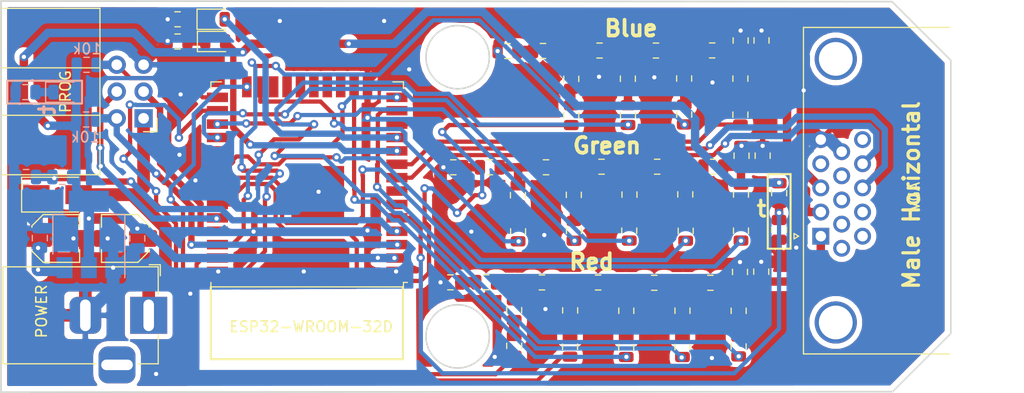
<source format=kicad_pcb>
(kicad_pcb (version 20171130) (host pcbnew 5.0.2-bee76a0~70~ubuntu18.04.1)
  (title_block (title "ESP32 VGA") (date 2019-04-16) (rev 1))
  (layers (0 F.Cu signal) (31 B.Cu signal) (34 B.Paste user) (35 F.Paste user) (36 B.SilkS user) (37 F.SilkS user) (38 B.Mask user) (39 F.Mask user) (44 Edge.Cuts user))
  (net 0 "")
  (net 1 GND)
  (net 2 "Net-(C1-Pad1)")
  (net 3 +3V3)
  (net 4 Vin)
  (net 5 "Net-(D2-Pad1)")
  (net 6 "Net-(D3-Pad1)")
  (net 7 "Net-(D3-Pad2)")
  (net 8 "Net-(D4-Pad2)")
  (net 9 "Net-(D4-Pad1)")
  (net 10 Red)
  (net 11 Green)
  (net 12 Blue)
  (net 13 "Net-(J2-Pad4)")
  (net 14 "Net-(J2-Pad6)")
  (net 15 "Net-(J2-Pad7)")
  (net 16 "Net-(J2-Pad8)")
  (net 17 "Net-(J2-Pad9)")
  (net 18 "Net-(J2-Pad11)")
  (net 19 "Net-(J2-Pad12)")
  (net 20 HSync)
  (net 21 VSync)
  (net 22 "Net-(J2-Pad15)")
  (net 23 TX)
  (net 24 Boot)
  (net 25 RX)
  (net 26 Reset)
  (net 27 "Net-(R1-Pad1)")
  (net 28 "Net-(R2-Pad1)")
  (net 29 "Net-(R3-Pad1)")
  (net 30 "Net-(R13-Pad1)")
  (net 31 "Net-(R14-Pad1)")
  (net 32 "Net-(R11-Pad2)")
  (net 33 "Net-(R7-Pad1)")
  (net 34 G0)
  (net 35 "Net-(R10-Pad2)")
  (net 36 R0)
  (net 37 "Net-(R11-Pad1)")
  (net 38 B0)
  (net 39 "Net-(R13-Pad2)")
  (net 40 "Net-(R14-Pad2)")
  (net 41 "Net-(R15-Pad2)")
  (net 42 "Net-(R16-Pad1)")
  (net 43 G1)
  (net 44 "Net-(R18-Pad1)")
  (net 45 R1)
  (net 46 "Net-(R20-Pad1)")
  (net 47 B1)
  (net 48 "Net-(R22-Pad2)")
  (net 49 "Net-(R23-Pad2)")
  (net 50 "Net-(R24-Pad2)")
  (net 51 "Net-(R25-Pad1)")
  (net 52 G2)
  (net 53 "Net-(R27-Pad1)")
  (net 54 R2)
  (net 55 "Net-(R29-Pad1)")
  (net 56 B2)
  (net 57 "Net-(R31-Pad2)")
  (net 58 "Net-(R32-Pad2)")
  (net 59 "Net-(R34-Pad1)")
  (net 60 G3)
  (net 61 "Net-(R36-Pad1)")
  (net 62 R3)
  (net 63 "Net-(R38-Pad1)")
  (net 64 B3)
  (net 65 "Net-(R44-Pad1)")
  (net 66 G4)
  (net 67 "Net-(R46-Pad1)")
  (net 68 R4)
  (net 69 Temp_Vin)
  (net 70 Temp_Board)
  (net 71 "Net-(U2-Pad6)")
  (net 72 "Net-(U2-Pad7)")
  (net 73 "Net-(U2-Pad17)")
  (net 74 "Net-(U2-Pad18)")
  (net 75 "Net-(U2-Pad19)")
  (net 76 "Net-(U2-Pad20)")
  (net 77 "Net-(U2-Pad21)")
  (net 78 "Net-(U2-Pad22)")
  (net 79 "Net-(U2-Pad29)")
  (net 80 "Net-(U2-Pad32)")
  (module Capacitor_SMD:C_0805_2012Metric (layer B.Cu) (at 110.052 83.6655 90)
    (fp_text reference C1 hide)
    (fp_text value C_Small hide)
    (pad 2 smd roundrect (at 0.9375 0 90) (size 0.975 1.4) (layers B.Cu B.Paste B.Mask) (net 1 GND))
    (pad 1 smd roundrect (at -0.9375 0 90) (size 0.975 1.4) (layers B.Cu B.Paste B.Mask) (net 2 "Net-(C1-Pad1)"))
  )
  (module Capacitor_SMD:C_Elec_4x5.8 (layer F.Cu) (at 111.563 83.7)
    (fp_text reference C2 hide)
    (fp_text value CP hide)
    (pad 2 smd roundrect (at 1.675 0) (size 2.65 1.6) (layers F.Cu F.Paste F.Mask) (roundrect_rratio 0.15625) (net 1 GND))
    (pad 1 smd roundrect (at -1.675 0) (size 2.65 1.6) (layers F.Cu F.Paste F.Mask) (roundrect_rratio 0.15625) (net 2 "Net-(C1-Pad1)"))
  )
  (module Capacitor_SMD:C_Elec_4x5.8 (layer F.Cu) (at 118.152 83.7 180)
    (fp_text reference C3 hide)
    (fp_text value CP hide)
    (pad 1 smd roundrect (at -1.675 0 180) (size 2.65 1.6) (layers F.Cu F.Paste F.Mask) (roundrect_rratio 0.15625) (net 3 +3V3))
    (pad 2 smd roundrect (at 1.675 0 180) (size 2.65 1.6) (layers F.Cu F.Paste F.Mask) (roundrect_rratio 0.15625) (net 1 GND))
  )
  (module Capacitor_SMD:C_0805_2012Metric (layer B.Cu) (at 119.286 83.7 270)
    (fp_text reference C4 hide)
    (fp_text value C_Small hide)
    (pad 1 smd roundrect (at -0.9375 0 270) (size 0.975 1.4) (layers B.Cu B.Paste B.Mask) (net 3 +3V3))
    (pad 2 smd roundrect (at 0.9375 0 270) (size 0.975 1.4) (layers B.Cu B.Paste B.Mask) (net 1 GND))
  )
  (module Diode_SMD:D_SMA (layer F.Cu) (at 111.726 79.542)
    (fp_text reference D1 hide)
    (fp_text value D hide)
    (pad 1 smd rect (at -2 0) (size 2.5 1.8) (layers F.Cu F.Paste F.Mask) (net 2 "Net-(C1-Pad1)"))
    (pad 2 smd rect (at 2 0) (size 2.5 1.8) (layers F.Cu F.Paste F.Mask) (net 4 Vin))
  )
  (module Diode_SMD:D_0805_2012Metric (layer B.Cu) (at 112.2855 69.822)
    (fp_text reference D2 hide)
    (fp_text value D hide)
    (pad 1 smd roundrect (at -0.9375 0) (size 0.975 1.4) (layers B.Cu B.Paste B.Mask) (net 5 "Net-(D2-Pad1)"))
    (pad 2 smd roundrect (at 0.9375 0) (size 0.975 1.4) (layers B.Cu B.Paste B.Mask) (net 3 +3V3))
  )
  (module Diode_SMD:D_0805_2012Metric (layer F.Cu) (at 126.6645 65.016)
    (fp_text reference D3 hide)
    (fp_text value D hide)
    (pad 1 smd roundrect (at -0.9375 0) (size 0.975 1.4) (layers F.Cu F.Paste F.Mask) (net 6 "Net-(D3-Pad1)"))
    (pad 2 smd roundrect (at 0.9375 0) (size 0.975 1.4) (layers F.Cu F.Paste F.Mask) (net 7 "Net-(D3-Pad2)"))
  )
  (module Diode_SMD:D_0805_2012Metric (layer F.Cu) (at 126.63 62.91)
    (fp_text reference D4 hide)
    (fp_text value D hide)
    (pad 2 smd roundrect (at 0.9375 0) (size 0.975 1.4) (layers F.Cu F.Paste F.Mask) (net 8 "Net-(D4-Pad2)"))
    (pad 1 smd roundrect (at -0.9375 0) (size 0.975 1.4) (layers F.Cu F.Paste F.Mask) (net 9 "Net-(D4-Pad1)"))
  )
  (module Connector_BarrelJack:BarrelJack_Horizontal (layer F.Cu) (at 120.366 90.99)
    (fp_text reference J1 hide)
    (fp_text value POWER (at -10.152 -0.378 90) (layer F.SilkS))
    (pad 1 thru_hole rect (at 0 0) (size 3.5 3.5) (drill oval 1 3) (layers *.Cu *.Mask) (net 4 Vin))
    (pad 2 thru_hole roundrect (at -6 0) (size 3 3.5) (drill oval 1 3) (layers *.Cu *.Mask) (net 1 GND))
    (pad 3 thru_hole roundrect (at -3 4.7) (size 3.5 3.5) (drill oval 3 1) (layers *.Cu *.Mask))
  )
  (module Connector_Dsub:DSUB-15-HD_Male_Horizontal_P2.29x1.98mm_EdgePinOffset8.35mm_Housed_MountingHolesOffset10.89mm (layer F.Cu) (at 184.032 83.484 90)
    (fp_text reference J2 hide)
    (fp_text value VGA (at 3.78 8.856 90) (layer F.SilkS))
    (pad 1 thru_hole rect (at 0 0 90) (size 1.6 1.6) (drill 1) (layers *.Cu *.Mask) (net 10 Red))
    (pad 2 thru_hole circle (at 2.29 0 90) (size 1.6 1.6) (drill 1) (layers *.Cu *.Mask) (net 11 Green))
    (pad 3 thru_hole circle (at 4.58 0 90) (size 1.6 1.6) (drill 1) (layers *.Cu *.Mask) (net 12 Blue))
    (pad 4 thru_hole circle (at 6.87 0 90) (size 1.6 1.6) (drill 1) (layers *.Cu *.Mask) (net 13 "Net-(J2-Pad4)"))
    (pad 5 thru_hole circle (at 9.16 0 90) (size 1.6 1.6) (drill 1) (layers *.Cu *.Mask) (net 1 GND))
    (pad 6 thru_hole circle (at -1.145 1.98 90) (size 1.6 1.6) (drill 1) (layers *.Cu *.Mask) (net 14 "Net-(J2-Pad6)"))
    (pad 7 thru_hole circle (at 1.145 1.98 90) (size 1.6 1.6) (drill 1) (layers *.Cu *.Mask) (net 15 "Net-(J2-Pad7)"))
    (pad 8 thru_hole circle (at 3.435 1.98 90) (size 1.6 1.6) (drill 1) (layers *.Cu *.Mask) (net 16 "Net-(J2-Pad8)"))
    (pad 9 thru_hole circle (at 5.725 1.98 90) (size 1.6 1.6) (drill 1) (layers *.Cu *.Mask) (net 17 "Net-(J2-Pad9)"))
    (pad 10 thru_hole circle (at 8.015 1.98 90) (size 1.6 1.6) (drill 1) (layers *.Cu *.Mask) (net 1 GND))
    (pad 11 thru_hole circle (at 0 3.96 90) (size 1.6 1.6) (drill 1) (layers *.Cu *.Mask) (net 18 "Net-(J2-Pad11)"))
    (pad 12 thru_hole circle (at 2.29 3.96 90) (size 1.6 1.6) (drill 1) (layers *.Cu *.Mask) (net 19 "Net-(J2-Pad12)"))
    (pad 13 thru_hole circle (at 4.58 3.96 90) (size 1.6 1.6) (drill 1) (layers *.Cu *.Mask) (net 20 HSync))
    (pad 14 thru_hole circle (at 6.87 3.96 90) (size 1.6 1.6) (drill 1) (layers *.Cu *.Mask) (net 21 VSync))
    (pad 15 thru_hole circle (at 9.16 3.96 90) (size 1.6 1.6) (drill 1) (layers *.Cu *.Mask) (net 22 "Net-(J2-Pad15)"))
    (pad 0 thru_hole circle (at -8.185 1.42 90) (size 4 4) (drill 3.2) (layers *.Cu *.Mask))
    (pad 0 thru_hole circle (at 16.815 1.42 90) (size 4 4) (drill 3.2) (layers *.Cu *.Mask))
  )
  (module Resistor_SMD:R_0805_2012Metric (layer F.Cu) (at 149.2215 76.95 180)
    (fp_text reference R1 hide)
    (fp_text value R hide)
    (pad 1 smd roundrect (at -0.9375 0 180) (size 0.975 1.4) (layers F.Cu F.Paste F.Mask) (net 27 "Net-(R1-Pad1)"))
    (pad 2 smd roundrect (at 0.9375 0 180) (size 0.975 1.4) (layers F.Cu F.Paste F.Mask) (net 1 GND))
  )
  (module Resistor_SMD:R_0805_2012Metric (layer F.Cu) (at 148.9475 87.862 180)
    (fp_text reference R2 hide)
    (fp_text value R hide)
    (pad 1 smd roundrect (at -0.9375 0 180) (size 0.975 1.4) (layers F.Cu F.Paste F.Mask) (net 28 "Net-(R2-Pad1)"))
    (pad 2 smd roundrect (at 0.9375 0 180) (size 0.975 1.4) (layers F.Cu F.Paste F.Mask) (net 1 GND))
  )
  (module Resistor_SMD:R_0805_2012Metric (layer F.Cu) (at 154.358 65.926 180)
    (fp_text reference R3 hide)
    (fp_text value R hide)
    (pad 1 smd roundrect (at -0.9375 0 180) (size 0.975 1.4) (layers F.Cu F.Paste F.Mask) (net 29 "Net-(R3-Pad1)"))
    (pad 2 smd roundrect (at 0.9375 0 180) (size 0.975 1.4) (layers F.Cu F.Paste F.Mask) (net 1 GND))
  )
  (module Resistor_SMD:R_0805_2012Metric (layer F.Cu) (at 152.6775 76.95 180)
    (fp_text reference R4 hide)
    (fp_text value R hide)
    (pad 1 smd roundrect (at -0.9375 0 180) (size 0.975 1.4) (layers F.Cu F.Paste F.Mask) (net 30 "Net-(R13-Pad1)"))
    (pad 2 smd roundrect (at 0.9375 0 180) (size 0.975 1.4) (layers F.Cu F.Paste F.Mask) (net 27 "Net-(R1-Pad1)"))
  )
  (module Resistor_SMD:R_0805_2012Metric (layer F.Cu) (at 152.3325 87.852 180)
    (fp_text reference R5 hide)
    (fp_text value R hide)
    (pad 2 smd roundrect (at 0.9375 0 180) (size 0.975 1.4) (layers F.Cu F.Paste F.Mask) (net 28 "Net-(R2-Pad1)"))
    (pad 1 smd roundrect (at -0.9375 0 180) (size 0.975 1.4) (layers F.Cu F.Paste F.Mask) (net 31 "Net-(R14-Pad1)"))
  )
  (module Resistor_SMD:R_0805_2012Metric (layer F.Cu) (at 157.7155 65.916 180)
    (fp_text reference R6 hide)
    (fp_text value R hide)
    (pad 2 smd roundrect (at 0.9375 0 180) (size 0.975 1.4) (layers F.Cu F.Paste F.Mask) (net 29 "Net-(R3-Pad1)"))
    (pad 1 smd roundrect (at -0.9375 0 180) (size 0.975 1.4) (layers F.Cu F.Paste F.Mask) (net 32 "Net-(R11-Pad2)"))
  )
  (module Resistor_SMD:R_0805_2012Metric (layer F.Cu) (at 155.345001 79.598999 90)
    (fp_text reference R7 hide)
    (fp_text value R hide)
    (pad 1 smd roundrect (at -0.9375 0 90) (size 0.975 1.4) (layers F.Cu F.Paste F.Mask) (net 33 "Net-(R7-Pad1)"))
    (pad 2 smd roundrect (at 0.9375 0 90) (size 0.975 1.4) (layers F.Cu F.Paste F.Mask) (net 30 "Net-(R13-Pad1)"))
  )
  (module Resistor_SMD:R_0805_2012Metric (layer F.Cu) (at 155.358 83.0325 90)
    (fp_text reference R8 hide)
    (fp_text value R hide)
    (pad 2 smd roundrect (at 0.9375 0 90) (size 0.975 1.4) (layers F.Cu F.Paste F.Mask) (net 33 "Net-(R7-Pad1)"))
    (pad 1 smd roundrect (at -0.9375 0 90) (size 0.975 1.4) (layers F.Cu F.Paste F.Mask) (net 34 G0))
  )
  (module Resistor_SMD:R_0805_2012Metric (layer F.Cu) (at 154.99 90.502 90)
    (fp_text reference R9 hide)
    (fp_text value R hide)
    (pad 1 smd roundrect (at -0.9375 0 90) (size 0.975 1.4) (layers F.Cu F.Paste F.Mask) (net 35 "Net-(R10-Pad2)"))
    (pad 2 smd roundrect (at 0.9375 0 90) (size 0.975 1.4) (layers F.Cu F.Paste F.Mask) (net 31 "Net-(R14-Pad1)"))
  )
  (module Resistor_SMD:R_0805_2012Metric (layer F.Cu) (at 154.99 93.882 90)
    (fp_text reference R10 hide)
    (fp_text value R hide)
    (pad 2 smd roundrect (at 0.9375 0 90) (size 0.975 1.4) (layers F.Cu F.Paste F.Mask) (net 35 "Net-(R10-Pad2)"))
    (pad 1 smd roundrect (at -0.9375 0 90) (size 0.975 1.4) (layers F.Cu F.Paste F.Mask) (net 36 R0))
  )
  (module Resistor_SMD:R_0805_2012Metric (layer F.Cu) (at 160.398 68.5635 90)
    (fp_text reference R11 hide)
    (fp_text value R hide)
    (pad 1 smd roundrect (at -0.9375 0 90) (size 0.975 1.4) (layers F.Cu F.Paste F.Mask) (net 37 "Net-(R11-Pad1)"))
    (pad 2 smd roundrect (at 0.9375 0 90) (size 0.975 1.4) (layers F.Cu F.Paste F.Mask) (net 32 "Net-(R11-Pad2)"))
  )
  (module Resistor_SMD:R_0805_2012Metric (layer F.Cu) (at 160.398 72.006 90)
    (fp_text reference R12 hide)
    (fp_text value R hide)
    (pad 2 smd roundrect (at 0.9375 0 90) (size 0.975 1.4) (layers F.Cu F.Paste F.Mask) (net 37 "Net-(R11-Pad1)"))
    (pad 1 smd roundrect (at -0.9375 0 90) (size 0.975 1.4) (layers F.Cu F.Paste F.Mask) (net 38 B0))
  )
  (module Resistor_SMD:R_0805_2012Metric (layer F.Cu) (at 158.004 76.95)
    (fp_text reference R13 hide)
    (fp_text value R hide)
    (pad 1 smd roundrect (at -0.9375 0) (size 0.975 1.4) (layers F.Cu F.Paste F.Mask) (net 30 "Net-(R13-Pad1)"))
    (pad 2 smd roundrect (at 0.9375 0) (size 0.975 1.4) (layers F.Cu F.Paste F.Mask) (net 39 "Net-(R13-Pad2)"))
  )
  (module Resistor_SMD:R_0805_2012Metric (layer F.Cu) (at 157.6175 87.872)
    (fp_text reference R14 hide)
    (fp_text value R hide)
    (pad 2 smd roundrect (at 0.9375 0) (size 0.975 1.4) (layers F.Cu F.Paste F.Mask) (net 40 "Net-(R14-Pad2)"))
    (pad 1 smd roundrect (at -0.9375 0) (size 0.975 1.4) (layers F.Cu F.Paste F.Mask) (net 31 "Net-(R14-Pad1)"))
  )
  (module Resistor_SMD:R_0805_2012Metric (layer F.Cu) (at 163.0755 65.876)
    (fp_text reference R15 hide)
    (fp_text value R hide)
    (pad 1 smd roundrect (at -0.9375 0) (size 0.975 1.4) (layers F.Cu F.Paste F.Mask) (net 32 "Net-(R11-Pad2)"))
    (pad 2 smd roundrect (at 0.9375 0) (size 0.975 1.4) (layers F.Cu F.Paste F.Mask) (net 41 "Net-(R15-Pad2)"))
  )
  (module Resistor_SMD:R_0805_2012Metric (layer F.Cu) (at 160.638 79.5645 90)
    (fp_text reference R16 hide)
    (fp_text value R hide)
    (pad 1 smd roundrect (at -0.9375 0 90) (size 0.975 1.4) (layers F.Cu F.Paste F.Mask) (net 42 "Net-(R16-Pad1)"))
    (pad 2 smd roundrect (at 0.9375 0 90) (size 0.975 1.4) (layers F.Cu F.Paste F.Mask) (net 39 "Net-(R13-Pad2)"))
  )
  (module Resistor_SMD:R_0805_2012Metric (layer F.Cu) (at 160.65 82.9785 90)
    (fp_text reference R17 hide)
    (fp_text value R hide)
    (pad 2 smd roundrect (at 0.9375 0 90) (size 0.975 1.4) (layers F.Cu F.Paste F.Mask) (net 42 "Net-(R16-Pad1)"))
    (pad 1 smd roundrect (at -0.9375 0 90) (size 0.975 1.4) (layers F.Cu F.Paste F.Mask) (net 43 G1))
  )
  (module Resistor_SMD:R_0805_2012Metric (layer F.Cu) (at 160.29 90.5245 90)
    (fp_text reference R18 hide)
    (fp_text value R hide)
    (pad 2 smd roundrect (at 0.9375 0 90) (size 0.975 1.4) (layers F.Cu F.Paste F.Mask) (net 40 "Net-(R14-Pad2)"))
    (pad 1 smd roundrect (at -0.9375 0 90) (size 0.975 1.4) (layers F.Cu F.Paste F.Mask) (net 44 "Net-(R18-Pad1)"))
  )
  (module Resistor_SMD:R_0805_2012Metric (layer F.Cu) (at 160.28 93.9695 90)
    (fp_text reference R19 hide)
    (fp_text value R hide)
    (pad 2 smd roundrect (at 0.9375 0 90) (size 0.975 1.4) (layers F.Cu F.Paste F.Mask) (net 44 "Net-(R18-Pad1)"))
    (pad 1 smd roundrect (at -0.9375 0 90) (size 0.975 1.4) (layers F.Cu F.Paste F.Mask) (net 45 R1))
  )
  (module Resistor_SMD:R_0805_2012Metric (layer F.Cu) (at 165.758 68.5485 90)
    (fp_text reference R20 hide)
    (fp_text value R hide)
    (pad 1 smd roundrect (at -0.9375 0 90) (size 0.975 1.4) (layers F.Cu F.Paste F.Mask) (net 46 "Net-(R20-Pad1)"))
    (pad 2 smd roundrect (at 0.9375 0 90) (size 0.975 1.4) (layers F.Cu F.Paste F.Mask) (net 41 "Net-(R15-Pad2)"))
  )
  (module Resistor_SMD:R_0805_2012Metric (layer F.Cu) (at 165.768 71.9935 90)
    (fp_text reference R21 hide)
    (fp_text value R hide)
    (pad 2 smd roundrect (at 0.9375 0 90) (size 0.975 1.4) (layers F.Cu F.Paste F.Mask) (net 46 "Net-(R20-Pad1)"))
    (pad 1 smd roundrect (at -0.9375 0 90) (size 0.975 1.4) (layers F.Cu F.Paste F.Mask) (net 47 B1))
  )
  (module Resistor_SMD:R_0805_2012Metric (layer F.Cu) (at 163.2615 76.896)
    (fp_text reference R22 hide)
    (fp_text value R hide)
    (pad 2 smd roundrect (at 0.9375 0) (size 0.975 1.4) (layers F.Cu F.Paste F.Mask) (net 48 "Net-(R22-Pad2)"))
    (pad 1 smd roundrect (at -0.9375 0) (size 0.975 1.4) (layers F.Cu F.Paste F.Mask) (net 39 "Net-(R13-Pad2)"))
  )
  (module Resistor_SMD:R_0805_2012Metric (layer F.Cu) (at 162.94 87.882)
    (fp_text reference R23 hide)
    (fp_text value R hide)
    (pad 1 smd roundrect (at -0.9375 0) (size 0.975 1.4) (layers F.Cu F.Paste F.Mask) (net 40 "Net-(R14-Pad2)"))
    (pad 2 smd roundrect (at 0.9375 0) (size 0.975 1.4) (layers F.Cu F.Paste F.Mask) (net 49 "Net-(R23-Pad2)"))
  )
  (module Resistor_SMD:R_0805_2012Metric (layer F.Cu) (at 168.418 65.876)
    (fp_text reference R24 hide)
    (fp_text value R hide)
    (pad 2 smd roundrect (at 0.9375 0) (size 0.975 1.4) (layers F.Cu F.Paste F.Mask) (net 50 "Net-(R24-Pad2)"))
    (pad 1 smd roundrect (at -0.9375 0) (size 0.975 1.4) (layers F.Cu F.Paste F.Mask) (net 41 "Net-(R15-Pad2)"))
  )
  (module Resistor_SMD:R_0805_2012Metric (layer F.Cu) (at 165.909001 79.536999 90)
    (fp_text reference R25 hide)
    (fp_text value R hide)
    (pad 1 smd roundrect (at -0.9375 0 90) (size 0.975 1.4) (layers F.Cu F.Paste F.Mask) (net 51 "Net-(R25-Pad1)"))
    (pad 2 smd roundrect (at 0.9375 0 90) (size 0.975 1.4) (layers F.Cu F.Paste F.Mask) (net 48 "Net-(R22-Pad2)"))
  )
  (module Resistor_SMD:R_0805_2012Metric (layer F.Cu) (at 165.888 82.9635 90)
    (fp_text reference R26 hide)
    (fp_text value R hide)
    (pad 2 smd roundrect (at 0.9375 0 90) (size 0.975 1.4) (layers F.Cu F.Paste F.Mask) (net 51 "Net-(R25-Pad1)"))
    (pad 1 smd roundrect (at -0.9375 0 90) (size 0.975 1.4) (layers F.Cu F.Paste F.Mask) (net 52 G2))
  )
  (module Resistor_SMD:R_0805_2012Metric (layer F.Cu) (at 165.61 90.5595 90)
    (fp_text reference R27 hide)
    (fp_text value R hide)
    (pad 2 smd roundrect (at 0.9375 0 90) (size 0.975 1.4) (layers F.Cu F.Paste F.Mask) (net 49 "Net-(R23-Pad2)"))
    (pad 1 smd roundrect (at -0.9375 0 90) (size 0.975 1.4) (layers F.Cu F.Paste F.Mask) (net 53 "Net-(R27-Pad1)"))
  )
  (module Resistor_SMD:R_0805_2012Metric (layer F.Cu) (at 165.6 94.0045 90)
    (fp_text reference R28 hide)
    (fp_text value R hide)
    (pad 1 smd roundrect (at -0.9375 0 90) (size 0.975 1.4) (layers F.Cu F.Paste F.Mask) (net 54 R2))
    (pad 2 smd roundrect (at 0.9375 0 90) (size 0.975 1.4) (layers F.Cu F.Paste F.Mask) (net 53 "Net-(R27-Pad1)"))
  )
  (module Resistor_SMD:R_0805_2012Metric (layer F.Cu) (at 171.088 68.5285 90)
    (fp_text reference R29 hide)
    (fp_text value R hide)
    (pad 2 smd roundrect (at 0.9375 0 90) (size 0.975 1.4) (layers F.Cu F.Paste F.Mask) (net 50 "Net-(R24-Pad2)"))
    (pad 1 smd roundrect (at -0.9375 0 90) (size 0.975 1.4) (layers F.Cu F.Paste F.Mask) (net 55 "Net-(R29-Pad1)"))
  )
  (module Resistor_SMD:R_0805_2012Metric (layer F.Cu) (at 171.098 71.9485 90)
    (fp_text reference R30 hide)
    (fp_text value R hide)
    (pad 2 smd roundrect (at 0.9375 0 90) (size 0.975 1.4) (layers F.Cu F.Paste F.Mask) (net 55 "Net-(R29-Pad1)"))
    (pad 1 smd roundrect (at -0.9375 0 90) (size 0.975 1.4) (layers F.Cu F.Paste F.Mask) (net 56 B2))
  )
  (module Resistor_SMD:R_0805_2012Metric (layer F.Cu) (at 168.534 76.896)
    (fp_text reference R31 hide)
    (fp_text value R hide)
    (pad 1 smd roundrect (at -0.9375 0) (size 0.975 1.4) (layers F.Cu F.Paste F.Mask) (net 48 "Net-(R22-Pad2)"))
    (pad 2 smd roundrect (at 0.9375 0) (size 0.975 1.4) (layers F.Cu F.Paste F.Mask) (net 57 "Net-(R31-Pad2)"))
  )
  (module Resistor_SMD:R_0805_2012Metric (layer F.Cu) (at 168.2575 87.902)
    (fp_text reference R32 hide)
    (fp_text value R hide)
    (pad 2 smd roundrect (at 0.9375 0) (size 0.975 1.4) (layers F.Cu F.Paste F.Mask) (net 58 "Net-(R32-Pad2)"))
    (pad 1 smd roundrect (at -0.9375 0) (size 0.975 1.4) (layers F.Cu F.Paste F.Mask) (net 49 "Net-(R23-Pad2)"))
  )
  (module Resistor_SMD:R_0805_2012Metric (layer F.Cu) (at 173.7455 65.866)
    (fp_text reference R33 hide)
    (fp_text value R hide)
    (pad 1 smd roundrect (at -0.9375 0) (size 0.975 1.4) (layers F.Cu F.Paste F.Mask) (net 50 "Net-(R24-Pad2)"))
    (pad 2 smd roundrect (at 0.9375 0) (size 0.975 1.4) (layers F.Cu F.Paste F.Mask) (net 12 Blue))
  )
  (module Resistor_SMD:R_0805_2012Metric (layer F.Cu) (at 171.197001 79.5225 90)
    (fp_text reference R34 hide)
    (fp_text value R hide)
    (pad 2 smd roundrect (at 0.9375 0 90) (size 0.975 1.4) (layers F.Cu F.Paste F.Mask) (net 57 "Net-(R31-Pad2)"))
    (pad 1 smd roundrect (at -0.9375 0 90) (size 0.975 1.4) (layers F.Cu F.Paste F.Mask) (net 59 "Net-(R34-Pad1)"))
  )
  (module Resistor_SMD:R_0805_2012Metric (layer F.Cu) (at 171.234 82.9785 90)
    (fp_text reference R35 hide)
    (fp_text value R hide)
    (pad 2 smd roundrect (at 0.9375 0 90) (size 0.975 1.4) (layers F.Cu F.Paste F.Mask) (net 59 "Net-(R34-Pad1)"))
    (pad 1 smd roundrect (at -0.9375 0 90) (size 0.975 1.4) (layers F.Cu F.Paste F.Mask) (net 60 G3))
  )
  (module Resistor_SMD:R_0805_2012Metric (layer F.Cu) (at 170.93 90.552 90)
    (fp_text reference R36 hide)
    (fp_text value R hide)
    (pad 2 smd roundrect (at 0.9375 0 90) (size 0.975 1.4) (layers F.Cu F.Paste F.Mask) (net 58 "Net-(R32-Pad2)"))
    (pad 1 smd roundrect (at -0.9375 0 90) (size 0.975 1.4) (layers F.Cu F.Paste F.Mask) (net 61 "Net-(R36-Pad1)"))
  )
  (module Resistor_SMD:R_0805_2012Metric (layer F.Cu) (at 170.93 94.0095 90)
    (fp_text reference R37 hide)
    (fp_text value R hide)
    (pad 1 smd roundrect (at -0.9375 0 90) (size 0.975 1.4) (layers F.Cu F.Paste F.Mask) (net 62 R3))
    (pad 2 smd roundrect (at 0.9375 0 90) (size 0.975 1.4) (layers F.Cu F.Paste F.Mask) (net 61 "Net-(R36-Pad1)"))
  )
  (module Resistor_SMD:R_0805_2012Metric (layer F.Cu) (at 176.418 68.5385 90)
    (fp_text reference R38 hide)
    (fp_text value R hide)
    (pad 2 smd roundrect (at 0.9375 0 90) (size 0.975 1.4) (layers F.Cu F.Paste F.Mask) (net 12 Blue))
    (pad 1 smd roundrect (at -0.9375 0 90) (size 0.975 1.4) (layers F.Cu F.Paste F.Mask) (net 63 "Net-(R38-Pad1)"))
  )
  (module Resistor_SMD:R_0805_2012Metric (layer F.Cu) (at 176.418 71.9585 90)
    (fp_text reference R39 hide)
    (fp_text value R hide)
    (pad 1 smd roundrect (at -0.9375 0 90) (size 0.975 1.4) (layers F.Cu F.Paste F.Mask) (net 64 B3))
    (pad 2 smd roundrect (at 0.9375 0 90) (size 0.975 1.4) (layers F.Cu F.Paste F.Mask) (net 63 "Net-(R38-Pad1)"))
  )
  (module Resistor_SMD:R_0805_2012Metric (layer F.Cu) (at 173.8455 76.896)
    (fp_text reference R40 hide)
    (fp_text value R hide)
    (pad 2 smd roundrect (at 0.9375 0) (size 0.975 1.4) (layers F.Cu F.Paste F.Mask) (net 11 Green))
    (pad 1 smd roundrect (at -0.9375 0) (size 0.975 1.4) (layers F.Cu F.Paste F.Mask) (net 57 "Net-(R31-Pad2)"))
  )
  (module Resistor_SMD:R_0805_2012Metric (layer F.Cu) (at 173.5775 87.902)
    (fp_text reference R41 hide)
    (fp_text value R hide)
    (pad 1 smd roundrect (at -0.9375 0) (size 0.975 1.4) (layers F.Cu F.Paste F.Mask) (net 58 "Net-(R32-Pad2)"))
    (pad 2 smd roundrect (at 0.9375 0) (size 0.975 1.4) (layers F.Cu F.Paste F.Mask) (net 10 Red))
  )
  (module Resistor_SMD:R_0805_2012Metric (layer F.Cu) (at 178.418 64.9185 90)
    (fp_text reference R42 hide)
    (fp_text value R hide)
    (pad 1 smd roundrect (at -0.9375 0 90) (size 0.975 1.4) (layers F.Cu F.Paste F.Mask) (net 12 Blue))
    (pad 2 smd roundrect (at 0.9375 0 90) (size 0.975 1.4) (layers F.Cu F.Paste F.Mask) (net 1 GND))
  )
  (module Resistor_SMD:R_0805_2012Metric (layer F.Cu) (at 176.438 64.9235 90)
    (fp_text reference R43 hide)
    (fp_text value R hide)
    (pad 1 smd roundrect (at -0.9375 0 90) (size 0.975 1.4) (layers F.Cu F.Paste F.Mask) (net 12 Blue))
    (pad 2 smd roundrect (at 0.9375 0 90) (size 0.975 1.4) (layers F.Cu F.Paste F.Mask) (net 1 GND))
  )
  (module Resistor_SMD:R_0805_2012Metric (layer F.Cu) (at 176.473001 79.530999 90)
    (fp_text reference R44 hide)
    (fp_text value R hide)
    (pad 1 smd roundrect (at -0.9375 0 90) (size 0.975 1.4) (layers F.Cu F.Paste F.Mask) (net 65 "Net-(R44-Pad1)"))
    (pad 2 smd roundrect (at 0.9375 0 90) (size 0.975 1.4) (layers F.Cu F.Paste F.Mask) (net 11 Green))
  )
  (module Resistor_SMD:R_0805_2012Metric (layer F.Cu) (at 176.472 82.9635 90)
    (fp_text reference R45 hide)
    (fp_text value R hide)
    (pad 2 smd roundrect (at 0.9375 0 90) (size 0.975 1.4) (layers F.Cu F.Paste F.Mask) (net 65 "Net-(R44-Pad1)"))
    (pad 1 smd roundrect (at -0.9375 0 90) (size 0.975 1.4) (layers F.Cu F.Paste F.Mask) (net 66 G4))
  )
  (module Resistor_SMD:R_0805_2012Metric (layer F.Cu) (at 176.25 90.562 90)
    (fp_text reference R46 hide)
    (fp_text value R hide)
    (pad 2 smd roundrect (at 0.9375 0 90) (size 0.975 1.4) (layers F.Cu F.Paste F.Mask) (net 10 Red))
    (pad 1 smd roundrect (at -0.9375 0 90) (size 0.975 1.4) (layers F.Cu F.Paste F.Mask) (net 67 "Net-(R46-Pad1)"))
  )
  (module Resistor_SMD:R_0805_2012Metric (layer F.Cu) (at 176.25 93.9495 90)
    (fp_text reference R47 hide)
    (fp_text value R hide)
    (pad 1 smd roundrect (at -0.9375 0 90) (size 0.975 1.4) (layers F.Cu F.Paste F.Mask) (net 68 R4))
    (pad 2 smd roundrect (at 0.9375 0 90) (size 0.975 1.4) (layers F.Cu F.Paste F.Mask) (net 67 "Net-(R46-Pad1)"))
  )
  (module Resistor_SMD:R_0805_2012Metric (layer F.Cu) (at 176.526 75.8505 90)
    (fp_text reference R48 hide)
    (fp_text value R hide)
    (pad 1 smd roundrect (at -0.9375 0 90) (size 0.975 1.4) (layers F.Cu F.Paste F.Mask) (net 11 Green))
    (pad 2 smd roundrect (at 0.9375 0 90) (size 0.975 1.4) (layers F.Cu F.Paste F.Mask) (net 1 GND))
  )
  (module Resistor_SMD:R_0805_2012Metric (layer F.Cu) (at 178.524 75.8505 90)
    (fp_text reference R49 hide)
    (fp_text value R hide)
    (pad 2 smd roundrect (at 0.9375 0 90) (size 0.975 1.4) (layers F.Cu F.Paste F.Mask) (net 1 GND))
    (pad 1 smd roundrect (at -0.9375 0 90) (size 0.975 1.4) (layers F.Cu F.Paste F.Mask) (net 11 Green))
  )
  (module Resistor_SMD:R_0805_2012Metric (layer F.Cu) (at 176.379001 86.874999 90)
    (fp_text reference R50 hide)
    (fp_text value R hide)
    (pad 1 smd roundrect (at -0.9375 0 90) (size 0.975 1.4) (layers F.Cu F.Paste F.Mask) (net 10 Red))
    (pad 2 smd roundrect (at 0.9375 0 90) (size 0.975 1.4) (layers F.Cu F.Paste F.Mask) (net 1 GND))
  )
  (module Resistor_SMD:R_0805_2012Metric (layer F.Cu) (at 178.39 86.8495 90)
    (fp_text reference R51 hide)
    (fp_text value R hide)
    (pad 2 smd roundrect (at 0.9375 0 90) (size 0.975 1.4) (layers F.Cu F.Paste F.Mask) (net 1 GND))
    (pad 1 smd roundrect (at -0.9375 0 90) (size 0.975 1.4) (layers F.Cu F.Paste F.Mask) (net 10 Red))
  )
  (module Resistor_SMD:R_0805_2012Metric (layer B.Cu) (at 108.702 69.822 180)
    (fp_text reference R52 hide)
    (fp_text value RD hide)
    (pad 1 smd roundrect (at -0.9375 0 180) (size 0.975 1.4) (layers B.Cu B.Paste B.Mask) (net 5 "Net-(D2-Pad1)"))
    (pad 2 smd roundrect (at 0.9375 0 180) (size 0.975 1.4) (layers B.Cu B.Paste B.Mask) (net 1 GND))
  )
  (module Resistor_SMD:R_0805_2012Metric (layer B.Cu) (at 114.4455 72.414 180)
    (fp_text reference R53 hide)
    (fp_text value 10k (at 0.0735 -1.674 180) (layer B.SilkS) (effects (justify mirror)))
    (pad 1 smd roundrect (at -0.9375 0 180) (size 0.975 1.4) (layers B.Cu B.Paste B.Mask) (net 26 Reset))
    (pad 2 smd roundrect (at 0.9375 0 180) (size 0.975 1.4) (layers B.Cu B.Paste B.Mask) (net 3 +3V3))
  )
  (module Resistor_SMD:R_0805_2012Metric (layer B.Cu) (at 114.48 67.23 180)
    (fp_text reference R54 hide)
    (fp_text value 10k (at -0.054 1.512 180) (layer B.SilkS) (effects (justify mirror)))
    (pad 2 smd roundrect (at 0.9375 0 180) (size 0.975 1.4) (layers B.Cu B.Paste B.Mask) (net 3 +3V3))
    (pad 1 smd roundrect (at -0.9375 0 180) (size 0.975 1.4) (layers B.Cu B.Paste B.Mask) (net 24 Boot))
  )
  (module Resistor_SMD:R_0805_2012Metric (layer F.Cu) (at 123.1005 65.016)
    (fp_text reference R55 hide)
    (fp_text value RD hide)
    (pad 1 smd roundrect (at -0.9375 0) (size 0.975 1.4) (layers F.Cu F.Paste F.Mask) (net 1 GND))
    (pad 2 smd roundrect (at 0.9375 0) (size 0.975 1.4) (layers F.Cu F.Paste F.Mask) (net 6 "Net-(D3-Pad1)"))
  )
  (module Resistor_SMD:R_0805_2012Metric (layer F.Cu) (at 123.1005 62.91)
    (fp_text reference R56 hide)
    (fp_text value RD hide)
    (pad 2 smd roundrect (at 0.9375 0) (size 0.975 1.4) (layers F.Cu F.Paste F.Mask) (net 9 "Net-(D4-Pad1)"))
    (pad 1 smd roundrect (at -0.9375 0) (size 0.975 1.4) (layers F.Cu F.Paste F.Mask) (net 1 GND))
  )
  (module Resistor_SMD:R_0805_2012Metric (layer B.Cu) (at 112.1775 77.868)
    (fp_text reference R57 hide)
    (fp_text value RT)
    (pad 1 smd roundrect (at -0.9375 0) (size 0.975 1.4) (layers B.Cu B.Paste B.Mask) (net 69 Temp_Vin))
    (pad 2 smd roundrect (at 0.9375 0) (size 0.975 1.4) (layers B.Cu B.Paste B.Mask) (net 3 +3V3))
  )
  (module Resistor_SMD:R_0805_2012Metric (layer B.Cu) (at 108.756 77.868)
    (fp_text reference R58 hide)
    (fp_text value RT)
    (pad 2 smd roundrect (at 0.9375 0) (size 0.975 1.4) (layers B.Cu B.Paste B.Mask) (net 69 Temp_Vin))
    (pad 1 smd roundrect (at -0.9375 0) (size 0.975 1.4) (layers B.Cu B.Paste B.Mask) (net 1 GND))
  )
  (module Resistor_SMD:R_0805_2012Metric (layer F.Cu) (at 180.09 79.3995 90)
    (fp_text reference R59 hide)
    (fp_text value RT hide)
    (pad 1 smd roundrect (at -0.9375 0 90) (size 0.975 1.4) (layers F.Cu F.Paste F.Mask) (net 70 Temp_Board))
    (pad 2 smd roundrect (at 0.9375 0 90) (size 0.975 1.4) (layers F.Cu F.Paste F.Mask) (net 3 +3V3))
  )
  (module Resistor_SMD:R_0805_2012Metric (layer F.Cu) (at 180.078 82.8835 90)
    (fp_text reference R60 hide)
    (fp_text value RT hide)
    (pad 2 smd roundrect (at 0.9375 0 90) (size 0.975 1.4) (layers F.Cu F.Paste F.Mask) (net 70 Temp_Board))
    (pad 1 smd roundrect (at -0.9375 0 90) (size 0.975 1.4) (layers F.Cu F.Paste F.Mask) (net 1 GND))
  )
  (module Package_TO_SOT_SMD:SOT-223-3_TabPin2 (layer B.Cu) (at 114.696 83.322 90)
    (fp_text reference U1 hide)
    (fp_text value AP1117-33 hide)
    (pad 2 smd rect (at 3.15 0 90) (size 2 3.8) (layers B.Cu B.Paste B.Mask) (net 3 +3V3))
    (pad 2 smd rect (at -3.15 0 90) (size 2 1.5) (layers B.Cu B.Paste B.Mask) (net 3 +3V3))
    (pad 3 smd rect (at -3.15 -2.3 90) (size 2 1.5) (layers B.Cu B.Paste B.Mask) (net 2 "Net-(C1-Pad1)"))
    (pad 1 smd rect (at -3.15 2.3 90) (size 2 1.5) (layers B.Cu B.Paste B.Mask) (net 1 GND))
  )
  (module RF_Module:ESP32-WROOM-32U (layer F.Cu) (at 135.378 78.57 180)
    (fp_text reference U2 hide)
    (fp_text value ESP32-WROOM-32D (at -0.378 -13.5 180) (layer F.SilkS))
    (pad 39 smd rect (at -1 -0.755 180) (size 5 5) (layers F.Cu F.Paste F.Mask) (net 1 GND))
    (pad 1 smd rect (at -8.5 -8.255 180) (size 2 0.9) (layers F.Cu F.Paste F.Mask) (net 1 GND))
    (pad 2 smd rect (at -8.5 -6.985 180) (size 2 0.9) (layers F.Cu F.Paste F.Mask) (net 3 +3V3))
    (pad 3 smd rect (at -8.5 -5.715 180) (size 2 0.9) (layers F.Cu F.Paste F.Mask) (net 26 Reset))
    (pad 4 smd rect (at -8.5 -4.445 180) (size 2 0.9) (layers F.Cu F.Paste F.Mask) (net 69 Temp_Vin))
    (pad 5 smd rect (at -8.5 -3.175 180) (size 2 0.9) (layers F.Cu F.Paste F.Mask) (net 70 Temp_Board))
    (pad 6 smd rect (at -8.5 -1.905 180) (size 2 0.9) (layers F.Cu F.Paste F.Mask) (net 71 "Net-(U2-Pad6)"))
    (pad 7 smd rect (at -8.5 -0.635 180) (size 2 0.9) (layers F.Cu F.Paste F.Mask) (net 72 "Net-(U2-Pad7)"))
    (pad 8 smd rect (at -8.5 0.635 180) (size 2 0.9) (layers F.Cu F.Paste F.Mask) (net 21 VSync))
    (pad 9 smd rect (at -8.5 1.905 180) (size 2 0.9) (layers F.Cu F.Paste F.Mask) (net 20 HSync))
    (pad 10 smd rect (at -8.5 3.175 180) (size 2 0.9) (layers F.Cu F.Paste F.Mask) (net 7 "Net-(D3-Pad2)"))
    (pad 11 smd rect (at -8.5 4.445 180) (size 2 0.9) (layers F.Cu F.Paste F.Mask) (net 8 "Net-(D4-Pad2)"))
    (pad 12 smd rect (at -8.5 5.715 180) (size 2 0.9) (layers F.Cu F.Paste F.Mask) (net 64 B3))
    (pad 13 smd rect (at -8.5 6.985 180) (size 2 0.9) (layers F.Cu F.Paste F.Mask) (net 68 R4))
    (pad 14 smd rect (at -8.5 8.255 180) (size 2 0.9) (layers F.Cu F.Paste F.Mask) (net 62 R3))
    (pad 15 smd rect (at -5.715 9.255 90) (size 2 0.9) (layers F.Cu F.Paste F.Mask) (net 1 GND))
    (pad 16 smd rect (at -4.445 9.255 270) (size 2 0.9) (layers F.Cu F.Paste F.Mask) (net 54 R2))
    (pad 17 smd rect (at -3.175 9.255 270) (size 2 0.9) (layers F.Cu F.Paste F.Mask) (net 73 "Net-(U2-Pad17)"))
    (pad 18 smd rect (at -1.905 9.255 270) (size 2 0.9) (layers F.Cu F.Paste F.Mask) (net 74 "Net-(U2-Pad18)"))
    (pad 19 smd rect (at -0.635 9.255 270) (size 2 0.9) (layers F.Cu F.Paste F.Mask) (net 75 "Net-(U2-Pad19)"))
    (pad 20 smd rect (at 0.635 9.255 270) (size 2 0.9) (layers F.Cu F.Paste F.Mask) (net 76 "Net-(U2-Pad20)"))
    (pad 21 smd rect (at 1.905 9.255 270) (size 2 0.9) (layers F.Cu F.Paste F.Mask) (net 77 "Net-(U2-Pad21)"))
    (pad 22 smd rect (at 3.175 9.255 270) (size 2 0.9) (layers F.Cu F.Paste F.Mask) (net 78 "Net-(U2-Pad22)"))
    (pad 23 smd rect (at 4.445 9.255 270) (size 2 0.9) (layers F.Cu F.Paste F.Mask) (net 34 G0))
    (pad 24 smd rect (at 5.715 9.255 270) (size 2 0.9) (layers F.Cu F.Paste F.Mask) (net 36 R0))
    (pad 25 smd rect (at 8.5 8.255 180) (size 2 0.9) (layers F.Cu F.Paste F.Mask) (net 24 Boot))
    (pad 26 smd rect (at 8.5 6.985 180) (size 2 0.9) (layers F.Cu F.Paste F.Mask) (net 45 R1))
    (pad 27 smd rect (at 8.5 5.715 180) (size 2 0.9) (layers F.Cu F.Paste F.Mask) (net 43 G1))
    (pad 28 smd rect (at 8.5 4.445 180) (size 2 0.9) (layers F.Cu F.Paste F.Mask) (net 52 G2))
    (pad 29 smd rect (at 8.5 3.175 180) (size 2 0.9) (layers F.Cu F.Paste F.Mask) (net 79 "Net-(U2-Pad29)"))
    (pad 30 smd rect (at 8.5 1.905 180) (size 2 0.9) (layers F.Cu F.Paste F.Mask) (net 60 G3))
    (pad 31 smd rect (at 8.5 0.635 180) (size 2 0.9) (layers F.Cu F.Paste F.Mask) (net 66 G4))
    (pad 32 smd rect (at 8.5 -0.635 180) (size 2 0.9) (layers F.Cu F.Paste F.Mask) (net 80 "Net-(U2-Pad32)"))
    (pad 33 smd rect (at 8.5 -1.905 180) (size 2 0.9) (layers F.Cu F.Paste F.Mask) (net 38 B0))
    (pad 34 smd rect (at 8.5 -3.175 180) (size 2 0.9) (layers F.Cu F.Paste F.Mask) (net 25 RX))
    (pad 35 smd rect (at 8.5 -4.445 180) (size 2 0.9) (layers F.Cu F.Paste F.Mask) (net 23 TX))
    (pad 36 smd rect (at 8.5 -5.715 180) (size 2 0.9) (layers F.Cu F.Paste F.Mask) (net 47 B1))
    (pad 37 smd rect (at 8.5 -6.985 180) (size 2 0.9) (layers F.Cu F.Paste F.Mask) (net 56 B2))
    (pad 38 smd rect (at 8.5 -8.255 180) (size 2 0.9) (layers F.Cu F.Paste F.Mask) (net 1 GND))
  )
  (module Connector_IDC:IDC-Header_2x03_P2.54mm_Horizontal (layer F.Cu) (at 119.88 72.306 180)
    (fp_text reference J3 hide)
    (fp_text value PROG (at 7.398 2.538 90) (layer F.SilkS))
    (pad 1 thru_hole rect (at 0 0 180) (size 1.7272 1.7272) (drill 1.016) (layers *.Cu *.Mask) (net 4 Vin))
    (pad 2 thru_hole oval (at 2.54 0 180) (size 1.7272 1.7272) (drill 1.016) (layers *.Cu *.Mask) (net 26 Reset))
    (pad 3 thru_hole oval (at 0 2.54 180) (size 1.7272 1.7272) (drill 1.016) (layers *.Cu *.Mask) (net 23 TX))
    (pad 4 thru_hole oval (at 2.54 2.54 180) (size 1.7272 1.7272) (drill 1.016) (layers *.Cu *.Mask) (net 25 RX))
    (pad 5 thru_hole oval (at 0 5.08 180) (size 1.7272 1.7272) (drill 1.016) (layers *.Cu *.Mask) (net 1 GND))
    (pad 6 thru_hole oval (at 2.54 5.08 180) (size 1.7272 1.7272) (drill 1.016) (layers *.Cu *.Mask) (net 24 Boot))
  )
  (gr_text "Male Horizontal" (at 192.618 79.596 90) (layer F.SilkS) (effects (font (size 1.5 1.5) (thickness 0.3))))
  (gr_circle (center 149.634 66.504) (end 152.634 66.504) (layer Edge.Cuts) (width 0.15))
  (gr_circle (center 149.634 92.988) (end 152.634 92.988) (layer Edge.Cuts) (width 0.15))
  (gr_line (start 106.38 61.182) (end 106.38 98.28) (layer Edge.Cuts) (width 0.15))
  (gr_line (start 190.782 61.236) (end 106.38 61.182) (layer Edge.Cuts) (width 0.15))
  (gr_line (start 196.344 66.798) (end 190.782 61.236) (layer Edge.Cuts) (width 0.15))
  (gr_line (start 196.344 92.718) (end 196.344 66.798) (layer Edge.Cuts) (width 0.15))
  (gr_line (start 190.836 98.226) (end 196.344 92.718) (layer Edge.Cuts) (width 0.15))
  (gr_line (start 106.38 98.28) (end 190.836 98.226) (layer Edge.Cuts) (width 0.15))
  (gr_text t (at 110.754 71.496 90) (layer B.SilkS) (effects (font (size 1.5 1.5) (thickness 0.3)) (justify mirror)))
  (gr_line (start 106.974 70.902) (end 106.974 68.742) (layer B.SilkS) (width 0.2))
  (gr_line (start 106.974 68.742) (end 114.048 68.742) (layer B.SilkS) (width 0.2))
  (gr_line (start 114.048 68.742) (end 114.048 70.848) (layer B.SilkS) (width 0.2))
  (gr_line (start 114.048 70.902) (end 106.974 70.902) (layer B.SilkS) (width 0.2))
  (gr_text t (at 178.416 80.892) (layer F.SilkS) (effects (font (size 1.5 1.5) (thickness 0.3))))
  (gr_line (start 179.01 77.598) (end 179.01 84.672) (layer F.SilkS) (width 0.2))
  (gr_line (start 181.17 77.598) (end 179.064 77.598) (layer F.SilkS) (width 0.2))
  (gr_line (start 181.17 84.672) (end 181.17 77.598) (layer F.SilkS) (width 0.2))
  (gr_line (start 179.01 84.672) (end 181.17 84.672) (layer F.SilkS) (width 0.2))
  (gr_text Blue (at 166.05 63.774) (layer F.SilkS) (effects (font (size 1.5 1.5) (thickness 0.35))))
  (gr_text Red (at 162.324 85.914) (layer F.SilkS) (effects (font (size 1.5 1.5) (thickness 0.35))))
  (gr_text Green (at 163.782 74.898) (layer F.SilkS) (effects (font (size 1.5 1.5) (thickness 0.35))))
  (gr_line (start 144.45 88.29) (end 144.45 95.148) (layer F.SilkS) (width 0.2))
  (gr_line (start 126.252 95.148) (end 144.45 95.148) (layer F.SilkS) (width 0.2))
  (gr_line (start 126.252 88.29) (end 126.252 95.148) (layer F.SilkS) (width 0.2))
  (via (at 136.458 79.272) (size 0.8) (drill 0.4) (layers F.Cu B.Cu) (net 1))
  (via (at 180.09 78.408) (size 0.8) (drill 0.4) (layers F.Cu B.Cu) (net 3))
  (via (at 171.126 72.9) (size 0.8) (drill 0.4) (layers F.Cu B.Cu) (net 56))
  (via (at 165.78 72.9) (size 0.8) (drill 0.4) (layers F.Cu B.Cu) (net 47))
  (via (at 176.472 83.916) (size 0.8) (drill 0.4) (layers F.Cu B.Cu) (net 66))
  (via (at 171.234 83.916) (size 0.8) (drill 0.4) (layers F.Cu B.Cu) (net 60))
  (via (at 165.888 83.916) (size 0.8) (drill 0.4) (layers F.Cu B.Cu) (net 52))
  (via (at 160.704 83.916) (size 0.8) (drill 0.4) (layers F.Cu B.Cu) (net 43))
  (via (at 155.412 83.97) (size 0.8) (drill 0.4) (layers F.Cu B.Cu) (net 34))
  (via (at 176.256 94.878) (size 0.8) (drill 0.4) (layers F.Cu B.Cu) (net 68))
  (via (at 170.856 94.986) (size 0.8) (drill 0.4) (layers F.Cu B.Cu) (net 62))
  (via (at 165.618 94.932) (size 0.8) (drill 0.4) (layers F.Cu B.Cu) (net 54))
  (via (at 143.91 84.294) (size 0.8) (drill 0.4) (layers F.Cu B.Cu) (net 26))
  (via (at 143.802 86.832) (size 0.8) (drill 0.4) (layers F.Cu B.Cu) (net 1))
  (via (at 126.954 86.832) (size 0.8) (drill 0.4) (layers F.Cu B.Cu) (net 1))
  (via (at 126.792 81.81) (size 0.8) (drill 0.4) (layers F.Cu B.Cu) (net 25))
  (segment (start 117.4515 86.472) (end 119.286 84.6375) (width 1) (layer B.Cu) (net 1))
  (segment (start 116.996 86.472) (end 117.4515 86.472) (width 1) (layer B.Cu) (net 1))
  (via (at 116.477 83.7) (size 0.8) (drill 0.4) (layers F.Cu B.Cu) (net 1))
  (segment (start 116.996 86.472) (end 116.996 84.219) (width 1) (layer B.Cu) (net 1))
  (segment (start 116.996 84.219) (end 116.477 83.7) (width 1) (layer B.Cu) (net 1))
  (via (at 116.996 86.472) (size 0.8) (drill 0.4) (layers F.Cu B.Cu) (net 1))
  (segment (start 116.477 83.7) (end 116.477 85.953) (width 1) (layer F.Cu) (net 1))
  (segment (start 116.477 85.953) (end 116.996 86.472) (width 1) (layer F.Cu) (net 1))
  (segment (start 114.366 83.922) (end 114.588 83.7) (width 1.2) (layer F.Cu) (net 1))
  (segment (start 114.366 90.99) (end 114.366 83.922) (width 1.2) (layer F.Cu) (net 1))
  (segment (start 116.477 83.7) (end 114.588 83.7) (width 1) (layer F.Cu) (net 1))
  (segment (start 114.588 83.7) (end 113.238 83.7) (width 1) (layer F.Cu) (net 1))
  (via (at 113.238 83.7) (size 0.8) (drill 0.4) (layers F.Cu B.Cu) (net 1))
  (segment (start 112.266 82.728) (end 113.238 83.7) (width 1) (layer B.Cu) (net 1))
  (segment (start 110.052 82.728) (end 112.266 82.728) (width 1) (layer B.Cu) (net 1))
  (segment (start 176.4045 85.912) (end 176.379001 85.937499) (width 1) (layer F.Cu) (net 1))
  (segment (start 178.39 85.912) (end 178.39 85.912) (width 1) (layer F.Cu) (net 1))
  (segment (start 148.566237 87.305763) (end 148.01 87.862) (width 0.8) (layer F.Cu) (net 1))
  (segment (start 148.566237 87.287505) (end 148.566237 87.305763) (width 0.8) (layer F.Cu) (net 1))
  (segment (start 149.916243 85.937499) (end 148.566237 87.287505) (width 0.8) (layer F.Cu) (net 1))
  (segment (start 176.379001 85.937499) (end 149.916243 85.937499) (width 0.8) (layer F.Cu) (net 1))
  (segment (start 176.443 63.981) (end 176.438 63.986) (width 0.8) (layer F.Cu) (net 1))
  (segment (start 178.418 63.981) (end 178.418 63.981) (width 0.8) (layer F.Cu) (net 1))
  (segment (start 153.4205 65.126) (end 153.4205 65.926) (width 0.8) (layer F.Cu) (net 1))
  (segment (start 154.5605 63.986) (end 153.4205 65.126) (width 0.8) (layer F.Cu) (net 1))
  (segment (start 176.438 63.986) (end 154.5605 63.986) (width 0.8) (layer F.Cu) (net 1))
  (segment (start 107.675999 86.435912) (end 112.230087 90.99) (width 1.2) (layer F.Cu) (net 1))
  (segment (start 112.766 90.99) (end 114.366 90.99) (width 1.2) (layer F.Cu) (net 1))
  (segment (start 112.230087 90.99) (end 112.766 90.99) (width 1.2) (layer F.Cu) (net 1))
  (segment (start 119.88 66.004686) (end 119.826 65.950686) (width 1.2) (layer F.Cu) (net 1))
  (segment (start 119.88 67.226) (end 119.88 66.004686) (width 1.2) (layer F.Cu) (net 1))
  (segment (start 119.826 65.950686) (end 119.826 65.61) (width 1.2) (layer F.Cu) (net 1))
  (segment (start 119.826 65.61) (end 118.854 64.638) (width 1.2) (layer F.Cu) (net 1))
  (segment (start 118.854 64.638) (end 115.722 64.638) (width 1.2) (layer F.Cu) (net 1))
  (segment (start 115.722 64.638) (end 113.4 66.96) (width 1.2) (layer F.Cu) (net 1))
  (segment (start 113.4 66.96) (end 113.4 74.304) (width 1.2) (layer F.Cu) (net 1))
  (segment (start 110.322 77.382) (end 107.675999 77.382) (width 1.2) (layer F.Cu) (net 1))
  (segment (start 113.4 74.304) (end 110.322 77.382) (width 1.2) (layer F.Cu) (net 1))
  (segment (start 107.675999 77.382) (end 107.675999 86.435912) (width 1.2) (layer F.Cu) (net 1))
  (segment (start 116.996 88.36) (end 116.996 86.472) (width 1.2) (layer B.Cu) (net 1))
  (segment (start 114.366 90.99) (end 116.996 88.36) (width 1.2) (layer B.Cu) (net 1))
  (segment (start 117.356 86.832) (end 116.996 86.472) (width 0.6) (layer B.Cu) (net 1))
  (segment (start 126.954 86.832) (end 117.356 86.832) (width 0.6) (layer B.Cu) (net 1))
  (segment (start 143.802 86.832) (end 135.054 86.832) (width 0.6) (layer B.Cu) (net 1))
  (segment (start 141.093 69.315) (end 141.093 72.252) (width 0.6) (layer F.Cu) (net 1))
  (segment (start 141.419 86.825) (end 143.878 86.825) (width 0.6) (layer F.Cu) (net 1))
  (segment (start 141.093 86.499) (end 141.419 86.825) (width 0.6) (layer F.Cu) (net 1))
  (segment (start 107.7645 70.622) (end 107.514 70.8725) (width 0.8) (layer B.Cu) (net 1))
  (segment (start 107.7645 69.822) (end 107.7645 70.622) (width 0.8) (layer B.Cu) (net 1))
  (segment (start 107.514 80.19) (end 110.052 82.728) (width 0.8) (layer B.Cu) (net 1))
  (segment (start 107.514 70.8725) (end 107.514 80.19) (width 0.8) (layer B.Cu) (net 1))
  (segment (start 112.51293 90.99) (end 112.766 90.99) (width 0.8) (layer B.Cu) (net 1))
  (segment (start 112.766 90.99) (end 114.366 90.99) (width 0.8) (layer B.Cu) (net 1))
  (segment (start 107.514 85.99107) (end 112.51293 90.99) (width 0.8) (layer B.Cu) (net 1))
  (segment (start 107.514 80.19) (end 107.514 85.99107) (width 0.8) (layer B.Cu) (net 1))
  (segment (start 107.7645 69.022) (end 111.3385 65.448) (width 0.8) (layer B.Cu) (net 1))
  (segment (start 107.7645 69.822) (end 107.7645 69.022) (width 0.8) (layer B.Cu) (net 1))
  (segment (start 118.102 65.448) (end 119.88 67.226) (width 0.8) (layer B.Cu) (net 1))
  (segment (start 111.3385 65.448) (end 118.102 65.448) (width 0.8) (layer B.Cu) (net 1))
  (segment (start 122.163 62.91) (end 122.163 62.91) (width 0.8) (layer F.Cu) (net 1))
  (segment (start 122.09 65.016) (end 119.88 67.226) (width 0.8) (layer F.Cu) (net 1))
  (segment (start 122.163 65.016) (end 122.09 65.016) (width 0.8) (layer F.Cu) (net 1))
  (segment (start 176.526 74.913) (end 176.526 74.913) (width 0.8) (layer F.Cu) (net 1))
  (segment (start 178.524 74.913) (end 178.524 74.913) (width 0.8) (layer F.Cu) (net 1))
  (via (at 178.524 74.913) (size 0.8) (drill 0.4) (layers F.Cu B.Cu) (net 1))
  (segment (start 176.526 74.913) (end 178.524 74.913) (width 0.8) (layer F.Cu) (net 1))
  (via (at 176.526 74.913) (size 0.8) (drill 0.4) (layers F.Cu B.Cu) (net 1))
  (segment (start 178.418 63.981) (end 176.443 63.981) (width 0.8) (layer F.Cu) (net 1))
  (via (at 178.418 63.981) (size 0.8) (drill 0.4) (layers F.Cu B.Cu) (net 1))
  (segment (start 176.438 63.986) (end 176.438 63.986) (width 0.8) (layer F.Cu) (net 1))
  (via (at 176.438 63.986) (size 0.8) (drill 0.4) (layers F.Cu B.Cu) (net 1))
  (segment (start 178.39 85.912) (end 176.4045 85.912) (width 1) (layer F.Cu) (net 1))
  (via (at 178.39 85.912) (size 0.8) (drill 0.4) (layers F.Cu B.Cu) (net 1))
  (segment (start 176.379001 85.937499) (end 176.379001 85.937499) (width 1) (layer F.Cu) (net 1))
  (via (at 176.379001 85.937499) (size 0.8) (drill 0.4) (layers F.Cu B.Cu) (net 1))
  (segment (start 148.01 87.862) (end 148.01 87.862) (width 0.8) (layer F.Cu) (net 1))
  (via (at 148.01 87.862) (size 0.8) (drill 0.4) (layers F.Cu B.Cu) (net 1))
  (segment (start 148.284 76.95) (end 148.284 76.95) (width 0.8) (layer F.Cu) (net 1))
  (via (at 148.284 76.95) (size 0.8) (drill 0.4) (layers F.Cu B.Cu) (net 1))
  (segment (start 153.4205 65.926) (end 153.4205 65.926) (width 0.8) (layer F.Cu) (net 1))
  (via (at 153.4205 65.926) (size 0.8) (drill 0.4) (layers F.Cu B.Cu) (net 1))
  (segment (start 176.526 74.913) (end 181.425 74.913) (width 0.8) (layer B.Cu) (net 1))
  (segment (start 181.425 74.913) (end 182.014 74.324) (width 0.8) (layer B.Cu) (net 1))
  (segment (start 148.01 77.224) (end 148.284 76.95) (width 1.2) (layer F.Cu) (net 1))
  (segment (start 148.01 87.862) (end 148.01 86.832) (width 1.2) (layer F.Cu) (net 1))
  (segment (start 148.01 86.832) (end 148.01 77.224) (width 1.2) (layer F.Cu) (net 1))
  (segment (start 141.093 82.944) (end 141.093 86.499) (width 0.6) (layer F.Cu) (net 1))
  (via (at 141.093 82.944) (size 0.8) (drill 0.4) (layers F.Cu B.Cu) (net 1))
  (segment (start 122.163 64.962) (end 122.163 65.016) (width 0.8) (layer F.Cu) (net 1))
  (via (at 122.163 64.962) (size 0.8) (drill 0.4) (layers F.Cu B.Cu) (net 1))
  (segment (start 122.163 62.91) (end 122.163 64.962) (width 0.8) (layer F.Cu) (net 1))
  (via (at 122.163 62.91) (size 0.8) (drill 0.4) (layers F.Cu B.Cu) (net 1))
  (segment (start 178.39 85.509) (end 180.078 83.821) (width 0.8) (layer F.Cu) (net 1))
  (segment (start 178.39 85.912) (end 178.39 85.509) (width 0.8) (layer F.Cu) (net 1))
  (segment (start 153.144 91.557349) (end 153.144 94.932) (width 0.4) (layer F.Cu) (net 1))
  (segment (start 151.09408 89.507429) (end 153.144 91.557349) (width 0.4) (layer F.Cu) (net 1))
  (segment (start 148.01 87.862) (end 149.655429 89.507429) (width 0.4) (layer F.Cu) (net 1))
  (via (at 153.144 94.932) (size 0.8) (drill 0.4) (layers F.Cu B.Cu) (net 1))
  (segment (start 149.655429 89.507429) (end 151.09408 89.507429) (width 0.4) (layer F.Cu) (net 1))
  (segment (start 153.998001 95.786001) (end 173.025999 95.786001) (width 0.4) (layer B.Cu) (net 1))
  (segment (start 153.144 94.932) (end 153.998001 95.786001) (width 0.4) (layer B.Cu) (net 1))
  (via (at 173.718 95.04) (size 0.8) (drill 0.4) (layers F.Cu B.Cu) (net 1))
  (segment (start 173.025999 95.786001) (end 173.718 95.094) (width 0.4) (layer B.Cu) (net 1))
  (segment (start 173.718 95.094) (end 173.718 95.04) (width 0.4) (layer B.Cu) (net 1))
  (via (at 181.71 84.564) (size 0.8) (drill 0.4) (layers F.Cu B.Cu) (net 1))
  (segment (start 178.39 85.912) (end 180.362 85.912) (width 1.2) (layer F.Cu) (net 1))
  (segment (start 180.362 85.912) (end 181.71 84.564) (width 1.2) (layer F.Cu) (net 1))
  (segment (start 182.185204 74.435639) (end 182.185204 74.435638) (width 1.2) (layer B.Cu) (net 1))
  (segment (start 182.185204 84.088796) (end 182.185204 74.435639) (width 1.2) (layer B.Cu) (net 1))
  (segment (start 181.71 84.564) (end 182.185204 84.088796) (width 1.2) (layer B.Cu) (net 1))
  (segment (start 182.014 74.324) (end 182.185204 74.435638) (width 0.8) (layer B.Cu) (net 1))
  (segment (start 184.867 74.324) (end 186.012 75.469) (width 1.2) (layer B.Cu) (net 1))
  (segment (start 184.032 74.324) (end 184.867 74.324) (width 1.2) (layer B.Cu) (net 1))
  (segment (start 182.296842 74.324) (end 182.185204 74.435638) (width 1.2) (layer B.Cu) (net 1))
  (segment (start 184.032 74.324) (end 182.296842 74.324) (width 1.2) (layer B.Cu) (net 1))
  (segment (start 176.438 63.986) (end 179.924 63.986) (width 1.2) (layer B.Cu) (net 1))
  (via (at 182.412 69.66) (size 0.8) (drill 0.4) (layers F.Cu B.Cu) (net 1))
  (segment (start 179.924 63.986) (end 182.412 66.474) (width 1.2) (layer B.Cu) (net 1))
  (segment (start 182.412 66.474) (end 182.412 69.66) (width 1.2) (layer B.Cu) (net 1))
  (segment (start 182.412 72.704) (end 184.032 74.324) (width 1.2) (layer F.Cu) (net 1))
  (segment (start 182.412 69.66) (end 182.412 72.704) (width 1.2) (layer F.Cu) (net 1))
  (via (at 141.093 72.252) (size 0.8) (drill 0.4) (layers F.Cu B.Cu) (net 1))
  (segment (start 149.219689 62.81895) (end 149.90697 62.858979) (width 0.8) (layer F.Cu) (net 1))
  (segment (start 147.03905 62.81895) (end 149.219689 62.81895) (width 0.8) (layer F.Cu) (net 1))
  (segment (start 141.093 69.315) (end 141.093 68.765) (width 0.8) (layer F.Cu) (net 1))
  (segment (start 141.093 68.765) (end 147.03905 62.81895) (width 0.8) (layer F.Cu) (net 1))
  (segment (start 153.433479 62.858979) (end 154.5605 63.986) (width 0.8) (layer F.Cu) (net 1))
  (segment (start 149.90697 62.858979) (end 153.433479 62.858979) (width 0.8) (layer F.Cu) (net 1))
  (via (at 130.302 83.052) (size 0.8) (drill 0.4) (layers F.Cu B.Cu) (net 1))
  (segment (start 141.093 82.944) (end 130.41 82.944) (width 0.6) (layer B.Cu) (net 1))
  (segment (start 130.41 82.944) (end 130.302 83.052) (width 0.6) (layer B.Cu) (net 1))
  (segment (start 128.478 86.825) (end 126.878 86.825) (width 0.6) (layer F.Cu) (net 1))
  (segment (start 130.302 85.001) (end 128.478 86.825) (width 0.6) (layer F.Cu) (net 1))
  (segment (start 130.302 83.052) (end 130.302 85.001) (width 0.6) (layer F.Cu) (net 1))
  (via (at 142.668 63.072) (size 0.8) (drill 0.4) (layers F.Cu B.Cu) (net 1))
  (via (at 132.786 63.072) (size 0.8) (drill 0.4) (layers F.Cu B.Cu) (net 1))
  (via (at 145.044 67.662) (size 0.8) (drill 0.4) (layers F.Cu B.Cu) (net 1))
  (via (at 157.842 83.376) (size 0.8) (drill 0.4) (layers F.Cu B.Cu) (net 1))
  (via (at 150.93 83.052) (size 0.8) (drill 0.4) (layers F.Cu B.Cu) (net 1))
  (via (at 168.264 68.418) (size 0.8) (drill 0.4) (layers F.Cu B.Cu) (net 1))
  (via (at 163.026 68.364) (size 0.8) (drill 0.4) (layers F.Cu B.Cu) (net 1))
  (via (at 173.772 68.904) (size 0.8) (drill 0.4) (layers F.Cu B.Cu) (net 1))
  (via (at 157.95 90.396) (size 0.8) (drill 0.4) (layers F.Cu B.Cu) (net 1))
  (via (at 121.068 96.552) (size 0.8) (drill 0.4) (layers F.Cu B.Cu) (net 1))
  (via (at 124.308 88.938) (size 0.8) (drill 0.4) (layers F.Cu B.Cu) (net 1))
  (via (at 123.39 70.038) (size 0.8) (drill 0.4) (layers F.Cu B.Cu) (net 1))
  (segment (start 135.054 86.832) (end 126.954 86.832) (width 0.6) (layer B.Cu) (net 1))
  (via (at 135.054 86.832) (size 0.8) (drill 0.4) (layers F.Cu B.Cu) (net 1))
  (segment (start 121.841601 68.489601) (end 116.352399 68.489601) (width 0.4) (layer B.Cu) (net 1))
  (segment (start 123.39 70.038) (end 121.841601 68.489601) (width 0.4) (layer B.Cu) (net 1))
  (segment (start 114.49549 70.34651) (end 114.49549 75.88549) (width 0.4) (layer B.Cu) (net 1))
  (segment (start 116.352399 68.489601) (end 114.49549 70.34651) (width 0.4) (layer B.Cu) (net 1))
  (segment (start 114.49549 75.88549) (end 114.75 76.14) (width 0.4) (layer B.Cu) (net 1))
  (segment (start 114.75 76.14) (end 114.75 78.192) (width 0.4) (layer B.Cu) (net 1))
  (segment (start 122.31 71.118) (end 122.31 74.736) (width 0.4) (layer F.Cu) (net 1))
  (segment (start 123.39 70.038) (end 122.31 71.118) (width 0.4) (layer F.Cu) (net 1))
  (via (at 123.282 75.762) (size 0.8) (drill 0.4) (layers F.Cu B.Cu) (net 1))
  (segment (start 122.31 74.736) (end 123.282 75.708) (width 0.4) (layer F.Cu) (net 1))
  (segment (start 123.282 75.708) (end 123.282 75.762) (width 0.4) (layer F.Cu) (net 1))
  (via (at 124.794 78.192) (size 0.8) (drill 0.4) (layers F.Cu B.Cu) (net 1))
  (segment (start 123.282 75.762) (end 123.282 76.68) (width 0.4) (layer F.Cu) (net 1))
  (segment (start 123.282 76.68) (end 124.794 78.192) (width 0.4) (layer F.Cu) (net 1))
  (segment (start 124.794 78.192) (end 126.306 78.192) (width 0.4) (layer B.Cu) (net 1))
  (segment (start 130.146001 80.450001) (end 130.734 79.862002) (width 0.4) (layer B.Cu) (net 1))
  (segment (start 126.306 78.192) (end 128.564001 80.450001) (width 0.4) (layer B.Cu) (net 1))
  (segment (start 130.734 78.411998) (end 131.49 77.655998) (width 0.4) (layer B.Cu) (net 1))
  (segment (start 130.734 79.862002) (end 130.734 78.411998) (width 0.4) (layer B.Cu) (net 1))
  (segment (start 136.058001 79.671999) (end 136.458 79.272) (width 0.4) (layer B.Cu) (net 1))
  (segment (start 130.689999 81.27) (end 134.46 81.27) (width 0.4) (layer B.Cu) (net 1))
  (segment (start 129.87 80.450001) (end 130.689999 81.27) (width 0.4) (layer B.Cu) (net 1))
  (segment (start 134.46 81.27) (end 136.058001 79.671999) (width 0.4) (layer B.Cu) (net 1))
  (segment (start 129.87 80.450001) (end 130.146001 80.450001) (width 0.4) (layer B.Cu) (net 1))
  (segment (start 128.564001 80.450001) (end 129.87 80.450001) (width 0.4) (layer B.Cu) (net 1))
  (segment (start 109.726 83.538) (end 109.888 84.6) (width 1.2) (layer F.Cu) (net 2))
  (segment (start 109.726 79.542) (end 109.726 83.538) (width 1.2) (layer F.Cu) (net 2))
  (segment (start 109.888 84.6) (end 109.89 84.602) (width 1.2) (layer F.Cu) (net 2))
  (segment (start 109.888 83.7) (end 109.888 84.6) (width 1.2) (layer F.Cu) (net 2))
  (via (at 109.89 86.67) (size 0.8) (drill 0.4) (layers F.Cu B.Cu) (net 2))
  (segment (start 109.89 84.602) (end 109.89 86.67) (width 1.2) (layer F.Cu) (net 2))
  (segment (start 112.198 86.67) (end 112.396 86.472) (width 1.2) (layer B.Cu) (net 2))
  (segment (start 109.89 86.67) (end 112.198 86.67) (width 1.2) (layer B.Cu) (net 2))
  (segment (start 109.89 84.765) (end 110.052 84.603) (width 1.2) (layer B.Cu) (net 2))
  (segment (start 109.89 86.67) (end 109.89 84.765) (width 1.2) (layer B.Cu) (net 2))
  (segment (start 109.888 84.6) (end 109.888 83.7) (width 1.2) (layer F.Cu) (net 2))
  (via (at 109.888 84.6) (size 0.8) (drill 0.4) (layers F.Cu B.Cu) (net 2))
  (segment (start 116.6955 80.172) (end 119.286 82.7625) (width 1) (layer B.Cu) (net 3))
  (segment (start 114.696 80.172) (end 116.6955 80.172) (width 1) (layer B.Cu) (net 3))
  (via (at 119.286 82.7625) (size 0.8) (drill 0.4) (layers F.Cu B.Cu) (net 3))
  (segment (start 119.827 83.3035) (end 119.286 82.7625) (width 1) (layer F.Cu) (net 3))
  (segment (start 119.827 83.7) (end 119.827 83.3035) (width 1) (layer F.Cu) (net 3))
  (via (at 114.696 81.81) (size 0.8) (drill 0.4) (layers F.Cu B.Cu) (net 3))
  (segment (start 119.286 82.7625) (end 118.3335 81.81) (width 1) (layer F.Cu) (net 3))
  (segment (start 118.3335 81.81) (end 114.696 81.81) (width 1) (layer F.Cu) (net 3))
  (segment (start 114.696 86.472) (end 114.696 81.81) (width 1) (layer B.Cu) (net 3))
  (segment (start 114.696 81.81) (end 114.696 80.172) (width 1) (layer B.Cu) (net 3))
  (segment (start 113.508 67.2645) (end 113.5425 67.23) (width 0.8) (layer B.Cu) (net 3))
  (segment (start 113.508 72.414) (end 113.508 67.2645) (width 0.8) (layer B.Cu) (net 3))
  (segment (start 113.508 78.984) (end 114.696 80.172) (width 0.8) (layer B.Cu) (net 3))
  (via (at 142.074 85.536) (size 0.8) (drill 0.4) (layers F.Cu B.Cu) (net 3))
  (segment (start 143.878 85.555) (end 143.64 85.555) (width 0.6) (layer F.Cu) (net 3))
  (segment (start 142.093 85.555) (end 142.074 85.536) (width 0.6) (layer F.Cu) (net 3))
  (segment (start 143.64 85.555) (end 142.093 85.555) (width 0.6) (layer F.Cu) (net 3))
  (via (at 143.64 85.555) (size 0.8) (drill 0.4) (layers F.Cu B.Cu) (net 3))
  (segment (start 120.086 82.7625) (end 122.8785 85.555) (width 0.8) (layer B.Cu) (net 3))
  (segment (start 119.286 82.7625) (end 120.086 82.7625) (width 0.8) (layer B.Cu) (net 3))
  (segment (start 122.8785 85.555) (end 123.336 85.555) (width 0.8) (layer B.Cu) (net 3))
  (segment (start 143.64 85.555) (end 123.336 85.555) (width 0.8) (layer B.Cu) (net 3))
  (segment (start 172.126001 72.419999) (end 170.824002 71.118) (width 0.8) (layer B.Cu) (net 3))
  (segment (start 172.126001 74.907193) (end 172.126001 72.419999) (width 0.8) (layer B.Cu) (net 3))
  (segment (start 180.09 78.408) (end 175.626808 78.408) (width 0.8) (layer B.Cu) (net 3))
  (segment (start 175.626808 78.408) (end 172.126001 74.907193) (width 0.8) (layer B.Cu) (net 3))
  (segment (start 170.824002 71.118) (end 160.927886 71.118) (width 0.8) (layer B.Cu) (net 3))
  (segment (start 152.017374 62.207488) (end 146.664512 62.207488) (width 0.8) (layer B.Cu) (net 3))
  (segment (start 160.927886 71.118) (end 152.017374 62.207488) (width 0.8) (layer B.Cu) (net 3))
  (via (at 139.32 65.232) (size 0.8) (drill 0.4) (layers F.Cu B.Cu) (net 3))
  (segment (start 146.664512 62.207488) (end 143.64 65.232) (width 0.8) (layer B.Cu) (net 3))
  (segment (start 143.64 65.232) (end 139.32 65.232) (width 0.8) (layer B.Cu) (net 3))
  (segment (start 139.32 65.232) (end 130.088001 65.232) (width 0.8) (layer F.Cu) (net 3))
  (via (at 129.278001 66.042) (size 0.8) (drill 0.4) (layers F.Cu B.Cu) (net 3))
  (segment (start 130.088001 65.232) (end 129.278001 66.042) (width 0.8) (layer F.Cu) (net 3))
  (segment (start 120.86213 66.042) (end 119.02613 64.206) (width 0.8) (layer B.Cu) (net 3))
  (segment (start 129.278001 66.042) (end 120.86213 66.042) (width 0.8) (layer B.Cu) (net 3))
  (segment (start 119.02613 64.206) (end 110.808 64.206) (width 0.8) (layer B.Cu) (net 3))
  (via (at 108.54 66.474) (size 0.8) (drill 0.4) (layers F.Cu B.Cu) (net 3))
  (segment (start 110.808 64.206) (end 108.54 66.474) (width 0.8) (layer B.Cu) (net 3))
  (via (at 110.808 73.008) (size 0.8) (drill 0.4) (layers F.Cu B.Cu) (net 3))
  (segment (start 108.54 66.474) (end 108.54 70.74) (width 0.8) (layer F.Cu) (net 3))
  (segment (start 108.54 70.74) (end 110.808 73.008) (width 0.8) (layer F.Cu) (net 3))
  (segment (start 113.076 73.008) (end 113.508 73.44) (width 0.8) (layer B.Cu) (net 3))
  (segment (start 110.808 73.008) (end 113.076 73.008) (width 0.8) (layer B.Cu) (net 3))
  (segment (start 113.508 72.414) (end 113.508 73.44) (width 0.8) (layer B.Cu) (net 3))
  (segment (start 113.508 73.44) (end 113.508 78.984) (width 0.8) (layer B.Cu) (net 3))
  (segment (start 121.068 90.99) (end 120.366 90.99) (width 1.2) (layer F.Cu) (net 4))
  (segment (start 115.506 79.542) (end 113.726 79.542) (width 1.2) (layer F.Cu) (net 4))
  (segment (start 121.95201 82.715068) (end 118.778942 79.542) (width 1.2) (layer F.Cu) (net 4))
  (segment (start 121.95201 86.45399) (end 121.95201 82.715068) (width 1.2) (layer F.Cu) (net 4))
  (segment (start 120.366 88.04) (end 121.95201 86.45399) (width 1.2) (layer F.Cu) (net 4))
  (segment (start 120.366 90.99) (end 120.366 88.04) (width 1.2) (layer F.Cu) (net 4))
  (segment (start 118.778942 79.542) (end 116.856 79.542) (width 1.2) (layer F.Cu) (net 4))
  (segment (start 116.856 79.542) (end 115.506 79.542) (width 1.2) (layer F.Cu) (net 4))
  (segment (start 119.88 74.25) (end 119.88 72.306) (width 1.2) (layer F.Cu) (net 4))
  (segment (start 119.88 78.876002) (end 119.88 74.25) (width 1.2) (layer F.Cu) (net 4))
  (segment (start 119.214002 79.542) (end 119.88 78.876002) (width 1.2) (layer F.Cu) (net 4))
  (segment (start 116.856 79.542) (end 119.214002 79.542) (width 1.2) (layer F.Cu) (net 4))
  (segment (start 111.348 69.822) (end 109.6395 69.822) (width 0.8) (layer B.Cu) (net 5))
  (segment (start 124.038 65.016) (end 125.727 65.016) (width 0.8) (layer F.Cu) (net 6))
  (via (at 143.878 75.395) (size 0.8) (drill 0.4) (layers F.Cu B.Cu) (net 7))
  (segment (start 130.049999 74.861999) (end 129.978 74.79) (width 0.6) (layer B.Cu) (net 7))
  (segment (start 132.84 74.861999) (end 130.049999 74.861999) (width 0.6) (layer B.Cu) (net 7))
  (segment (start 132.84 74.861999) (end 132.425999 74.861999) (width 0.6) (layer B.Cu) (net 7))
  (via (at 129.978 74.79) (size 0.8) (drill 0.4) (layers F.Cu B.Cu) (net 7))
  (segment (start 128.378001 73.190001) (end 129.978 74.79) (width 0.6) (layer F.Cu) (net 7))
  (segment (start 128.378001 65.792001) (end 128.378001 73.190001) (width 0.6) (layer F.Cu) (net 7))
  (segment (start 127.602 65.016) (end 128.378001 65.792001) (width 0.6) (layer F.Cu) (net 7))
  (segment (start 142.278 75.395) (end 143.878 75.395) (width 0.6) (layer B.Cu) (net 7))
  (segment (start 138.921116 75.395) (end 142.278 75.395) (width 0.6) (layer B.Cu) (net 7))
  (segment (start 138.388115 74.861999) (end 138.921116 75.395) (width 0.6) (layer B.Cu) (net 7))
  (segment (start 132.84 74.861999) (end 138.388115 74.861999) (width 0.6) (layer B.Cu) (net 7))
  (via (at 143.878 74.125) (size 0.8) (drill 0.4) (layers F.Cu B.Cu) (net 8))
  (via (at 127.5675 62.91) (size 0.8) (drill 0.4) (layers F.Cu B.Cu) (net 8))
  (segment (start 130.563001 65.905501) (end 127.5675 62.91) (width 0.6) (layer B.Cu) (net 8))
  (segment (start 138.4215 73.764) (end 132.894 73.764) (width 0.6) (layer B.Cu) (net 8))
  (segment (start 143.878 74.125) (end 138.7825 74.125) (width 0.6) (layer B.Cu) (net 8))
  (segment (start 138.7825 74.125) (end 138.4215 73.764) (width 0.6) (layer B.Cu) (net 8))
  (segment (start 131.436 66.7785) (end 130.563001 65.905501) (width 0.6) (layer B.Cu) (net 8))
  (segment (start 131.436 72.306) (end 131.436 66.7785) (width 0.6) (layer B.Cu) (net 8))
  (segment (start 132.894 73.764) (end 131.436 72.306) (width 0.6) (layer B.Cu) (net 8))
  (segment (start 124.038 62.91) (end 125.6925 62.91) (width 0.8) (layer F.Cu) (net 9))
  (segment (start 176.4045 87.787) (end 176.379001 87.812499) (width 1) (layer F.Cu) (net 10))
  (segment (start 178.39 87.787) (end 176.4045 87.787) (width 1) (layer F.Cu) (net 10))
  (segment (start 176.2895 87.902) (end 176.379001 87.812499) (width 1) (layer F.Cu) (net 10))
  (segment (start 174.515 87.902) (end 176.2895 87.902) (width 1) (layer F.Cu) (net 10))
  (segment (start 176.25 87.9415) (end 176.379001 87.812499) (width 1) (layer F.Cu) (net 10))
  (segment (start 176.25 89.6245) (end 176.25 87.9415) (width 1) (layer F.Cu) (net 10))
  (segment (start 184.032 85.084) (end 184.032 83.484) (width 0.8) (layer F.Cu) (net 10))
  (segment (start 181.329 87.787) (end 184.032 85.084) (width 0.8) (layer F.Cu) (net 10))
  (segment (start 178.39 87.787) (end 181.329 87.787) (width 0.8) (layer F.Cu) (net 10))
  (segment (start 176.526 76.788) (end 178.524 76.788) (width 0.8) (layer F.Cu) (net 11))
  (segment (start 176.418 76.896) (end 176.526 76.788) (width 0.8) (layer F.Cu) (net 11))
  (segment (start 174.783 76.896) (end 176.418 76.896) (width 0.8) (layer F.Cu) (net 11))
  (segment (start 176.473001 76.840999) (end 176.526 76.788) (width 0.8) (layer F.Cu) (net 11))
  (segment (start 176.473001 78.593499) (end 176.473001 76.840999) (width 0.8) (layer F.Cu) (net 11))
  (segment (start 180.309258 76.788) (end 178.524 76.788) (width 0.8) (layer F.Cu) (net 11))
  (segment (start 182.631999 79.110741) (end 180.309258 76.788) (width 0.8) (layer F.Cu) (net 11))
  (segment (start 182.631999 80.895999) (end 182.631999 79.110741) (width 0.8) (layer F.Cu) (net 11))
  (segment (start 182.93 81.194) (end 182.631999 80.895999) (width 0.8) (layer F.Cu) (net 11))
  (segment (start 184.032 81.194) (end 182.93 81.194) (width 0.8) (layer F.Cu) (net 11))
  (segment (start 176.443 65.856) (end 176.438 65.861) (width 0.8) (layer F.Cu) (net 12))
  (segment (start 178.418 65.856) (end 176.443 65.856) (width 0.8) (layer F.Cu) (net 12))
  (segment (start 176.418 65.881) (end 176.438 65.861) (width 0.8) (layer F.Cu) (net 12))
  (segment (start 176.418 67.601) (end 176.418 65.881) (width 0.8) (layer F.Cu) (net 12))
  (segment (start 176.433 65.866) (end 176.438 65.861) (width 0.8) (layer F.Cu) (net 12))
  (segment (start 174.683 65.866) (end 176.433 65.866) (width 0.8) (layer F.Cu) (net 12))
  (segment (start 177.218 67.601) (end 176.418 67.601) (width 0.8) (layer F.Cu) (net 12))
  (segment (start 179.334 69.714) (end 179.331 69.714) (width 0.8) (layer F.Cu) (net 12))
  (segment (start 179.331 69.714) (end 177.218 67.601) (width 0.8) (layer F.Cu) (net 12))
  (segment (start 180.836 71.216) (end 179.334 69.714) (width 0.8) (layer F.Cu) (net 12))
  (segment (start 180.836 75.708) (end 180.836 71.216) (width 0.8) (layer F.Cu) (net 12))
  (segment (start 184.032 78.904) (end 180.836 75.708) (width 0.8) (layer F.Cu) (net 12))
  (segment (start 180.76381 73.17) (end 175.21681 73.17) (width 0.6) (layer B.Cu) (net 20))
  (segment (start 190.092011 76.803989) (end 190.092011 73.368625) (width 0.6) (layer B.Cu) (net 20))
  (segment (start 181.78981 72.144) (end 180.76381 73.17) (width 0.6) (layer B.Cu) (net 20))
  (segment (start 175.21681 73.17) (end 173.54281 74.844) (width 0.6) (layer B.Cu) (net 20))
  (segment (start 187.992 78.904) (end 190.092011 76.803989) (width 0.6) (layer B.Cu) (net 20))
  (segment (start 188.867386 72.144) (end 181.78981 72.144) (width 0.6) (layer B.Cu) (net 20))
  (segment (start 190.092011 73.368625) (end 188.867386 72.144) (width 0.6) (layer B.Cu) (net 20))
  (segment (start 173.21881 75.168) (end 173.54281 74.844) (width 0.4) (layer F.Cu) (net 20))
  (segment (start 145.278 76.665) (end 146.775 75.168) (width 0.4) (layer F.Cu) (net 20))
  (segment (start 143.878 76.665) (end 145.278 76.665) (width 0.4) (layer F.Cu) (net 20))
  (segment (start 146.775 75.168) (end 173.21881 75.168) (width 0.4) (layer F.Cu) (net 20))
  (via (at 173.54281 74.844) (size 0.8) (drill 0.4) (layers F.Cu B.Cu) (net 20))
  (segment (start 189.292001 75.313999) (end 187.992 76.614) (width 0.6) (layer B.Cu) (net 21))
  (segment (start 189.292001 73.699999) (end 189.292001 75.313999) (width 0.6) (layer B.Cu) (net 21))
  (segment (start 182.041195 73.023999) (end 188.616001 73.023999) (width 0.6) (layer B.Cu) (net 21))
  (segment (start 181.085194 73.98) (end 182.041195 73.023999) (width 0.6) (layer B.Cu) (net 21))
  (segment (start 175.538194 73.98) (end 181.085194 73.98) (width 0.6) (layer B.Cu) (net 21))
  (segment (start 188.616001 73.023999) (end 189.292001 73.699999) (width 0.6) (layer B.Cu) (net 21))
  (segment (start 174.890194 74.628) (end 175.538194 73.98) (width 0.6) (layer B.Cu) (net 21))
  (segment (start 174.960899 74.698705) (end 174.890194 74.643806) (width 0.6) (layer B.Cu) (net 21))
  (segment (start 174.890194 74.628) (end 174.960899 74.698705) (width 0.6) (layer B.Cu) (net 21))
  (via (at 174.960899 74.698705) (size 0.8) (drill 0.4) (layers F.Cu B.Cu) (net 21))
  (segment (start 147.41701 75.79599) (end 173.863614 75.79599) (width 0.4) (layer F.Cu) (net 21))
  (segment (start 145.278 77.935) (end 147.41701 75.79599) (width 0.4) (layer F.Cu) (net 21))
  (segment (start 173.863614 75.79599) (end 174.960899 74.698705) (width 0.4) (layer F.Cu) (net 21))
  (segment (start 143.878 77.935) (end 145.278 77.935) (width 0.4) (layer F.Cu) (net 21))
  (segment (start 125.278 83.015) (end 126.878 83.015) (width 0.6) (layer F.Cu) (net 23))
  (segment (start 125.278 80.416967) (end 125.278 83.015) (width 0.6) (layer F.Cu) (net 23))
  (segment (start 121.446 76.584967) (end 125.278 80.416967) (width 0.6) (layer F.Cu) (net 23))
  (segment (start 121.446 71.332) (end 121.446 76.584967) (width 0.6) (layer F.Cu) (net 23))
  (segment (start 119.88 69.766) (end 121.446 71.332) (width 0.6) (layer F.Cu) (net 23))
  (segment (start 117.336 67.23) (end 117.34 67.226) (width 0.8) (layer B.Cu) (net 24))
  (segment (start 115.4175 67.23) (end 117.336 67.23) (width 0.8) (layer B.Cu) (net 24))
  (segment (start 123.652601 68.489601) (end 118.603601 68.489601) (width 0.4) (layer F.Cu) (net 24))
  (segment (start 118.603601 68.489601) (end 118.203599 68.089599) (width 0.4) (layer F.Cu) (net 24))
  (segment (start 125.478 70.315) (end 123.652601 68.489601) (width 0.4) (layer F.Cu) (net 24))
  (segment (start 118.203599 68.089599) (end 117.34 67.226) (width 0.4) (layer F.Cu) (net 24))
  (segment (start 126.878 70.315) (end 125.478 70.315) (width 0.4) (layer F.Cu) (net 24))
  (segment (start 126.792 81.81) (end 120.798 81.81) (width 0.6) (layer B.Cu) (net 25))
  (segment (start 120.798 81.81) (end 115.83 76.842) (width 0.6) (layer B.Cu) (net 25))
  (via (at 115.776 75.114) (size 0.8) (drill 0.4) (layers F.Cu B.Cu) (net 25))
  (segment (start 115.83 76.842) (end 115.83 75.168) (width 0.6) (layer B.Cu) (net 25))
  (segment (start 115.83 75.168) (end 115.776 75.114) (width 0.6) (layer B.Cu) (net 25))
  (segment (start 115.776 71.33) (end 117.34 69.766) (width 0.6) (layer F.Cu) (net 25))
  (segment (start 115.776 75.114) (end 115.776 71.33) (width 0.6) (layer F.Cu) (net 25))
  (segment (start 115.776 75.114) (end 115.776 75.679685) (width 0.6) (layer F.Cu) (net 25))
  (segment (start 115.776 75.679685) (end 115.776 76.626) (width 0.6) (layer F.Cu) (net 25))
  (segment (start 115.83 76.842) (end 115.83 76.842) (width 0.6) (layer B.Cu) (net 25))
  (via (at 115.83 76.842) (size 0.8) (drill 0.4) (layers F.Cu B.Cu) (net 25))
  (segment (start 115.491 72.306) (end 115.383 72.414) (width 0.8) (layer B.Cu) (net 26))
  (segment (start 117.34 72.306) (end 115.491 72.306) (width 0.8) (layer B.Cu) (net 26))
  (via (at 124.416 84.294) (size 0.8) (drill 0.4) (layers F.Cu B.Cu) (net 26))
  (segment (start 143.91 84.294) (end 124.416 84.294) (width 0.6) (layer B.Cu) (net 26))
  (segment (start 124.416 80.686351) (end 122.071649 78.342) (width 0.6) (layer F.Cu) (net 26))
  (segment (start 124.416 84.294) (end 124.416 80.686351) (width 0.6) (layer F.Cu) (net 26))
  (via (at 121.08 77.544) (size 0.8) (drill 0.4) (layers F.Cu B.Cu) (net 26))
  (segment (start 122.071649 78.342) (end 121.878 78.342) (width 0.6) (layer F.Cu) (net 26))
  (segment (start 121.878 78.342) (end 121.08 77.544) (width 0.6) (layer F.Cu) (net 26))
  (segment (start 117.34 73.804) (end 117.34 72.306) (width 0.6) (layer B.Cu) (net 26))
  (segment (start 121.08 77.544) (end 117.34 73.804) (width 0.6) (layer B.Cu) (net 26))
  (segment (start 150.159 76.95) (end 151.74 76.95) (width 0.8) (layer F.Cu) (net 27))
  (segment (start 149.895 87.852) (end 149.885 87.862) (width 1) (layer F.Cu) (net 28))
  (segment (start 151.395 87.852) (end 149.895 87.852) (width 1) (layer F.Cu) (net 28))
  (segment (start 155.3055 65.916) (end 155.2955 65.926) (width 1) (layer F.Cu) (net 29))
  (segment (start 156.778 65.916) (end 155.3055 65.916) (width 1) (layer F.Cu) (net 29))
  (segment (start 155.358 78.061) (end 155.358 76.95) (width 0.8) (layer F.Cu) (net 30))
  (segment (start 155.345001 78.073999) (end 155.358 78.061) (width 0.8) (layer F.Cu) (net 30))
  (segment (start 155.345001 78.661499) (end 155.345001 78.073999) (width 0.8) (layer F.Cu) (net 30))
  (segment (start 157.0665 76.95) (end 155.358 76.95) (width 0.8) (layer F.Cu) (net 30))
  (segment (start 155.358 76.95) (end 153.615 76.95) (width 0.8) (layer F.Cu) (net 30))
  (segment (start 155.01 89.5445) (end 154.99 89.5645) (width 1) (layer F.Cu) (net 31))
  (segment (start 156.66 87.852) (end 156.68 87.872) (width 0.8) (layer F.Cu) (net 31))
  (segment (start 155.02 88.947) (end 155.02 87.852) (width 0.8) (layer F.Cu) (net 31))
  (segment (start 154.99 88.977) (end 155.02 88.947) (width 0.8) (layer F.Cu) (net 31))
  (segment (start 154.99 89.5645) (end 154.99 88.977) (width 0.8) (layer F.Cu) (net 31))
  (segment (start 153.27 87.852) (end 155.02 87.852) (width 0.8) (layer F.Cu) (net 31))
  (segment (start 155.02 87.852) (end 156.66 87.852) (width 0.8) (layer F.Cu) (net 31))
  (segment (start 162.098 65.916) (end 162.138 65.876) (width 0.8) (layer F.Cu) (net 32))
  (segment (start 160.388 67.0285) (end 160.388 65.916) (width 0.8) (layer F.Cu) (net 32))
  (segment (start 160.398 67.0385) (end 160.388 67.0285) (width 0.8) (layer F.Cu) (net 32))
  (segment (start 160.398 67.626) (end 160.398 67.0385) (width 0.8) (layer F.Cu) (net 32))
  (segment (start 158.653 65.916) (end 160.388 65.916) (width 0.8) (layer F.Cu) (net 32))
  (segment (start 160.388 65.916) (end 162.098 65.916) (width 0.8) (layer F.Cu) (net 32))
  (segment (start 155.345001 82.082001) (end 155.358 82.095) (width 0.8) (layer F.Cu) (net 33))
  (segment (start 155.345001 80.536499) (end 155.345001 82.082001) (width 0.8) (layer F.Cu) (net 33))
  (segment (start 144.262001 73.324999) (end 141.973001 73.324999) (width 0.4) (layer B.Cu) (net 34))
  (segment (start 144.678001 73.740999) (end 144.262001 73.324999) (width 0.4) (layer B.Cu) (net 34))
  (segment (start 144.678001 74.528003) (end 144.678001 73.740999) (width 0.4) (layer B.Cu) (net 34))
  (segment (start 155.412 83.97) (end 154.119998 83.97) (width 0.4) (layer B.Cu) (net 34))
  (segment (start 154.119998 83.97) (end 144.678001 74.528003) (width 0.4) (layer B.Cu) (net 34))
  (segment (start 138.972462 73.324999) (end 138.709463 73.062) (width 0.4) (layer B.Cu) (net 34))
  (segment (start 130.933 70.715) (end 130.933 69.315) (width 0.4) (layer F.Cu) (net 34))
  (segment (start 134.957001 70.715001) (end 130.933 70.715) (width 0.4) (layer F.Cu) (net 34))
  (segment (start 134.957001 70.715001) (end 136.649001 70.715001) (width 0.4) (layer F.Cu) (net 34))
  (via (at 137.926 72.792) (size 0.8) (drill 0.4) (layers F.Cu B.Cu) (net 34))
  (segment (start 136.649001 70.715001) (end 137.926 71.992) (width 0.4) (layer F.Cu) (net 34))
  (segment (start 137.926 71.992) (end 137.926 72.792) (width 0.4) (layer F.Cu) (net 34))
  (segment (start 137.926 72.792) (end 138.491685 72.792) (width 0.4) (layer B.Cu) (net 34))
  (segment (start 138.491685 72.792) (end 139.024684 73.324999) (width 0.4) (layer B.Cu) (net 34))
  (segment (start 141.973001 73.324999) (end 140.238 73.324999) (width 0.4) (layer B.Cu) (net 34))
  (segment (start 139.024684 73.324999) (end 140.238 73.324999) (width 0.4) (layer B.Cu) (net 34))
  (segment (start 140.238 73.324999) (end 138.972462 73.324999) (width 0.4) (layer B.Cu) (net 34))
  (segment (start 154.99 92.9445) (end 154.99 91.4395) (width 1) (layer F.Cu) (net 35))
  (via (at 129.663 69.315) (size 0.8) (drill 0.4) (layers F.Cu B.Cu) (net 36))
  (via (at 122.451428 79.994572) (size 0.8) (drill 0.4) (layers F.Cu B.Cu) (net 36))
  (segment (start 125.006308 96.57401) (end 153.23549 96.57401) (width 0.4) (layer F.Cu) (net 36))
  (segment (start 153.23549 96.57401) (end 154.99 94.8195) (width 0.4) (layer F.Cu) (net 36))
  (segment (start 123.615999 95.183701) (end 125.006308 96.57401) (width 0.4) (layer F.Cu) (net 36))
  (segment (start 123.615999 81.159143) (end 123.615999 95.183701) (width 0.4) (layer F.Cu) (net 36))
  (segment (start 122.451428 79.994572) (end 123.615999 81.159143) (width 0.4) (layer F.Cu) (net 36))
  (segment (start 127.245 69.315) (end 129.663 69.315) (width 0.4) (layer B.Cu) (net 36))
  (segment (start 122.451428 79.994572) (end 122.451428 78.860572) (width 0.4) (layer B.Cu) (net 36))
  (segment (start 124.632 76.68) (end 124.632 71.928) (width 0.4) (layer B.Cu) (net 36))
  (segment (start 122.451428 78.860572) (end 124.632 76.68) (width 0.4) (layer B.Cu) (net 36))
  (segment (start 124.632 71.928) (end 127.245 69.315) (width 0.4) (layer B.Cu) (net 36))
  (segment (start 160.398 71.0685) (end 160.398 69.501) (width 0.8) (layer F.Cu) (net 37))
  (via (at 148.176 73.602) (size 0.8) (drill 0.4) (layers F.Cu B.Cu) (net 38))
  (segment (start 160.398 72.9435) (end 148.8345 72.9435) (width 0.4) (layer F.Cu) (net 38))
  (segment (start 148.8345 72.9435) (end 148.176 73.602) (width 0.4) (layer F.Cu) (net 38))
  (via (at 151.956 79.596) (size 0.8) (drill 0.4) (layers F.Cu B.Cu) (net 38))
  (segment (start 148.176 73.602) (end 151.956 77.382) (width 0.4) (layer B.Cu) (net 38))
  (segment (start 151.956 77.382) (end 151.956 79.596) (width 0.4) (layer B.Cu) (net 38))
  (segment (start 151.956 79.596) (end 151.254 79.596) (width 0.4) (layer F.Cu) (net 38))
  (via (at 149.58 81.27) (size 0.8) (drill 0.4) (layers F.Cu B.Cu) (net 38))
  (segment (start 151.254 79.596) (end 149.58 81.27) (width 0.4) (layer F.Cu) (net 38))
  (via (at 146.502 78.948) (size 0.8) (drill 0.4) (layers F.Cu B.Cu) (net 38))
  (segment (start 149.58 81.27) (end 147.258 78.948) (width 0.4) (layer B.Cu) (net 38))
  (segment (start 147.258 78.948) (end 146.502 78.948) (width 0.4) (layer B.Cu) (net 38))
  (segment (start 128.278 80.475) (end 126.878 80.475) (width 0.4) (layer F.Cu) (net 38))
  (segment (start 132.386457 82.026) (end 132.386457 79.142457) (width 0.4) (layer F.Cu) (net 38))
  (segment (start 140.076 83.916) (end 139.179543 83.019543) (width 0.4) (layer F.Cu) (net 38))
  (segment (start 146.924001 82.542459) (end 146.924001 86.949999) (width 0.4) (layer F.Cu) (net 38))
  (segment (start 146.924001 86.949999) (end 146.14601 87.72799) (width 0.4) (layer F.Cu) (net 38))
  (segment (start 146.14601 87.72799) (end 140.562 87.72799) (width 0.4) (layer F.Cu) (net 38))
  (segment (start 146.502 82.120458) (end 146.924001 82.542459) (width 0.4) (layer F.Cu) (net 38))
  (segment (start 128.682 79.38) (end 128.682 80.071) (width 0.4) (layer F.Cu) (net 38))
  (segment (start 146.502 78.948) (end 146.502 82.120458) (width 0.4) (layer F.Cu) (net 38))
  (segment (start 140.076 87.24199) (end 140.076 83.916) (width 0.4) (layer F.Cu) (net 38))
  (segment (start 139.179543 83.019543) (end 133.38 83.019543) (width 0.4) (layer F.Cu) (net 38))
  (segment (start 140.562 87.72799) (end 140.076 87.24199) (width 0.4) (layer F.Cu) (net 38))
  (segment (start 131.77901 78.53501) (end 129.52699 78.53501) (width 0.4) (layer F.Cu) (net 38))
  (segment (start 133.38 83.019543) (end 132.386457 82.026) (width 0.4) (layer F.Cu) (net 38))
  (segment (start 132.386457 79.142457) (end 131.77901 78.53501) (width 0.4) (layer F.Cu) (net 38))
  (segment (start 129.52699 78.53501) (end 128.682 79.38) (width 0.4) (layer F.Cu) (net 38))
  (segment (start 128.682 80.071) (end 128.278 80.475) (width 0.4) (layer F.Cu) (net 38))
  (segment (start 158.9955 76.896) (end 158.9415 76.95) (width 0.8) (layer F.Cu) (net 39))
  (segment (start 160.65 78.0275) (end 160.65 76.896) (width 0.8) (layer F.Cu) (net 39))
  (segment (start 160.638 78.627) (end 160.638 78.0395) (width 0.8) (layer F.Cu) (net 39))
  (segment (start 162.324 76.896) (end 160.65 76.896) (width 0.8) (layer F.Cu) (net 39))
  (segment (start 160.638 78.0395) (end 160.65 78.0275) (width 0.8) (layer F.Cu) (net 39))
  (segment (start 160.65 76.896) (end 158.9955 76.896) (width 0.8) (layer F.Cu) (net 39))
  (segment (start 158.565 87.882) (end 158.555 87.872) (width 1) (layer F.Cu) (net 40))
  (segment (start 160.29 89.587) (end 160.29 88.9995) (width 1) (layer F.Cu) (net 40))
  (segment (start 162.0025 87.882) (end 160.29 87.882) (width 1) (layer F.Cu) (net 40))
  (segment (start 160.29 88.9995) (end 160.29 87.882) (width 1) (layer F.Cu) (net 40))
  (segment (start 160.29 87.882) (end 158.565 87.882) (width 1) (layer F.Cu) (net 40))
  (segment (start 165.758 65.926) (end 165.808 65.876) (width 0.8) (layer F.Cu) (net 41))
  (segment (start 165.758 67.611) (end 165.758 65.926) (width 0.8) (layer F.Cu) (net 41))
  (segment (start 164.013 65.876) (end 165.808 65.876) (width 0.8) (layer F.Cu) (net 41))
  (segment (start 165.808 65.876) (end 167.4805 65.876) (width 0.8) (layer F.Cu) (net 41))
  (segment (start 160.65 80.514) (end 160.638 80.502) (width 0.8) (layer F.Cu) (net 42))
  (segment (start 160.65 82.041) (end 160.65 80.514) (width 0.8) (layer F.Cu) (net 42))
  (segment (start 150.552 73.764) (end 160.704 83.916) (width 0.4) (layer B.Cu) (net 43))
  (segment (start 148.239999 71.451999) (end 150.552 73.764) (width 0.4) (layer B.Cu) (net 43))
  (via (at 134.46 72.09) (size 0.8) (drill 0.4) (layers F.Cu B.Cu) (net 43))
  (segment (start 134.558001 71.991999) (end 134.46 72.09) (width 0.4) (layer B.Cu) (net 43))
  (via (at 129.6 72.792) (size 0.8) (drill 0.4) (layers F.Cu B.Cu) (net 43))
  (segment (start 134.46 72.09) (end 133.758 72.792) (width 0.4) (layer F.Cu) (net 43))
  (segment (start 133.758 72.792) (end 129.6 72.792) (width 0.4) (layer F.Cu) (net 43))
  (via (at 126.878 72.855) (size 0.8) (drill 0.4) (layers F.Cu B.Cu) (net 43))
  (segment (start 129.6 72.792) (end 126.941 72.792) (width 0.4) (layer B.Cu) (net 43))
  (segment (start 126.941 72.792) (end 126.878 72.855) (width 0.4) (layer B.Cu) (net 43))
  (segment (start 139.987998 71.972001) (end 140.508 71.451999) (width 0.4) (layer B.Cu) (net 43))
  (segment (start 138.465999 71.972001) (end 139.987998 71.972001) (width 0.4) (layer B.Cu) (net 43))
  (segment (start 138.456 71.982) (end 138.465999 71.972001) (width 0.4) (layer B.Cu) (net 43))
  (segment (start 138.456 71.991999) (end 134.558001 71.991999) (width 0.4) (layer B.Cu) (net 43))
  (segment (start 138.456 71.991999) (end 138.456 71.982) (width 0.4) (layer B.Cu) (net 43))
  (segment (start 140.508 71.451999) (end 148.239999 71.451999) (width 0.4) (layer B.Cu) (net 43))
  (segment (start 160.28 91.472) (end 160.29 91.462) (width 1) (layer F.Cu) (net 44))
  (segment (start 160.28 93.032) (end 160.28 91.472) (width 1) (layer F.Cu) (net 44))
  (segment (start 124.757775 97.174019) (end 122.95202 95.368264) (width 0.4) (layer F.Cu) (net 45))
  (segment (start 157.21298 97.17402) (end 124.757775 97.174019) (width 0.4) (layer F.Cu) (net 45))
  (segment (start 160.28 94.907) (end 159.48 94.907) (width 0.4) (layer F.Cu) (net 45))
  (segment (start 159.48 94.907) (end 157.21298 97.17402) (width 0.4) (layer F.Cu) (net 45))
  (segment (start 122.95202 95.368264) (end 122.95202 82.300851) (width 0.4) (layer F.Cu) (net 45))
  (via (at 121.068 79.218) (size 0.8) (drill 0.4) (layers F.Cu B.Cu) (net 45))
  (segment (start 122.95202 82.300851) (end 121.068 80.416831) (width 0.4) (layer F.Cu) (net 45))
  (segment (start 121.068 80.416831) (end 121.068 79.218) (width 0.4) (layer F.Cu) (net 45))
  (segment (start 121.068 79.218) (end 117.99 76.14) (width 0.4) (layer B.Cu) (net 45))
  (via (at 117.99 76.14) (size 0.8) (drill 0.4) (layers F.Cu B.Cu) (net 45))
  (via (at 118.584 71.01) (size 0.8) (drill 0.4) (layers F.Cu B.Cu) (net 45))
  (segment (start 118.603601 71.029601) (end 118.584 71.01) (width 0.4) (layer F.Cu) (net 45))
  (segment (start 117.99 76.14) (end 118.603601 75.526399) (width 0.4) (layer F.Cu) (net 45))
  (segment (start 118.603601 75.526399) (end 118.603601 71.029601) (width 0.4) (layer F.Cu) (net 45))
  (segment (start 121.856399 71.042399) (end 122.742 71.928) (width 0.4) (layer B.Cu) (net 45))
  (segment (start 118.584 71.01) (end 119.149685 71.01) (width 0.4) (layer B.Cu) (net 45))
  (segment (start 119.182084 71.042399) (end 121.856399 71.042399) (width 0.4) (layer B.Cu) (net 45))
  (segment (start 119.149685 71.01) (end 119.182084 71.042399) (width 0.4) (layer B.Cu) (net 45))
  (segment (start 123.228 73.835) (end 123.228 74.142) (width 0.4) (layer F.Cu) (net 45))
  (via (at 123.228 74.142) (size 0.8) (drill 0.4) (layers F.Cu B.Cu) (net 45))
  (segment (start 126.878 71.585) (end 125.478 71.585) (width 0.4) (layer F.Cu) (net 45))
  (segment (start 125.478 71.585) (end 123.228 73.835) (width 0.4) (layer F.Cu) (net 45))
  (segment (start 123.228 72.414) (end 121.856399 71.042399) (width 0.4) (layer B.Cu) (net 45))
  (segment (start 123.228 74.142) (end 123.228 72.414) (width 0.4) (layer B.Cu) (net 45))
  (segment (start 165.768 69.496) (end 165.758 69.486) (width 0.8) (layer F.Cu) (net 46))
  (segment (start 165.768 71.056) (end 165.768 69.496) (width 0.8) (layer F.Cu) (net 46))
  (via (at 136.026 72.864) (size 0.8) (drill 0.4) (layers F.Cu B.Cu) (net 47))
  (via (at 130.788 75.762) (size 0.8) (drill 0.4) (layers F.Cu B.Cu) (net 47))
  (segment (start 132.25201 74.29799) (end 130.788 75.762) (width 0.4) (layer F.Cu) (net 47))
  (segment (start 136.026 72.864) (end 134.59201 74.29799) (width 0.4) (layer F.Cu) (net 47))
  (segment (start 134.59201 74.29799) (end 132.25201 74.29799) (width 0.4) (layer F.Cu) (net 47))
  (segment (start 128.278 84.285) (end 126.878 84.285) (width 0.4) (layer F.Cu) (net 47))
  (segment (start 135.999999 72.890001) (end 136.026 72.864) (width 0.4) (layer B.Cu) (net 47))
  (segment (start 133.049999 72.890001) (end 135.999999 72.890001) (width 0.4) (layer B.Cu) (net 47))
  (segment (start 132.471999 71.442) (end 132.471999 72.312001) (width 0.4) (layer B.Cu) (net 47))
  (segment (start 134.99901 68.914989) (end 132.471999 71.442) (width 0.4) (layer B.Cu) (net 47))
  (segment (start 144.590532 68.914989) (end 134.99901 68.914989) (width 0.4) (layer B.Cu) (net 47))
  (segment (start 132.471999 72.312001) (end 133.049999 72.890001) (width 0.4) (layer B.Cu) (net 47))
  (segment (start 145.653534 69.977991) (end 144.590532 68.914989) (width 0.4) (layer B.Cu) (net 47))
  (segment (start 148.798534 69.97799) (end 145.653534 69.977991) (width 0.4) (layer B.Cu) (net 47))
  (segment (start 151.720544 72.9) (end 148.798534 69.97799) (width 0.4) (layer B.Cu) (net 47))
  (segment (start 165.78 72.9) (end 151.720544 72.9) (width 0.4) (layer B.Cu) (net 47))
  (via (at 129.762 79.65) (size 0.8) (drill 0.4) (layers F.Cu B.Cu) (net 47))
  (segment (start 129.362001 80.049999) (end 129.362001 83.200999) (width 0.4) (layer F.Cu) (net 47))
  (segment (start 129.362001 83.200999) (end 128.863 83.7) (width 0.4) (layer F.Cu) (net 47))
  (segment (start 129.762 79.65) (end 129.362001 80.049999) (width 0.4) (layer F.Cu) (net 47))
  (segment (start 128.863 83.7) (end 128.278 84.285) (width 0.4) (layer F.Cu) (net 47))
  (segment (start 130.788 76.514002) (end 130.788 76.327685) (width 0.4) (layer B.Cu) (net 47))
  (segment (start 129.762 77.540002) (end 130.788 76.514002) (width 0.4) (layer B.Cu) (net 47))
  (segment (start 130.788 76.327685) (end 130.788 75.762) (width 0.4) (layer B.Cu) (net 47))
  (segment (start 129.762 79.65) (end 129.762 77.540002) (width 0.4) (layer B.Cu) (net 47))
  (segment (start 165.909001 78.599499) (end 165.909001 76.971001) (width 0.8) (layer F.Cu) (net 48))
  (segment (start 165.909001 76.971001) (end 165.834 76.896) (width 0.8) (layer F.Cu) (net 48))
  (segment (start 164.199 76.896) (end 165.834 76.896) (width 0.8) (layer F.Cu) (net 48))
  (segment (start 165.834 76.896) (end 167.5965 76.896) (width 0.8) (layer F.Cu) (net 48))
  (segment (start 163.8975 87.902) (end 163.8775 87.882) (width 1) (layer F.Cu) (net 49))
  (segment (start 165.58 89.0045) (end 165.58 87.902) (width 1) (layer F.Cu) (net 49))
  (segment (start 165.61 89.0345) (end 165.58 89.0045) (width 1) (layer F.Cu) (net 49))
  (segment (start 167.32 87.902) (end 165.58 87.902) (width 1) (layer F.Cu) (net 49))
  (segment (start 165.61 89.622) (end 165.61 89.0345) (width 1) (layer F.Cu) (net 49))
  (segment (start 165.58 87.902) (end 163.8975 87.902) (width 1) (layer F.Cu) (net 49))
  (segment (start 169.3655 65.866) (end 169.3555 65.876) (width 0.8) (layer F.Cu) (net 50))
  (segment (start 171.088 67.0035) (end 171.088 65.866) (width 0.8) (layer F.Cu) (net 50))
  (segment (start 171.088 67.591) (end 171.088 67.0035) (width 0.8) (layer F.Cu) (net 50))
  (segment (start 172.808 65.866) (end 171.088 65.866) (width 0.8) (layer F.Cu) (net 50))
  (segment (start 171.088 65.866) (end 169.3655 65.866) (width 0.8) (layer F.Cu) (net 50))
  (segment (start 165.888 80.4955) (end 165.909001 80.474499) (width 0.8) (layer F.Cu) (net 51))
  (segment (start 165.888 82.026) (end 165.888 80.4955) (width 0.8) (layer F.Cu) (net 51))
  (via (at 133.272 71.928) (size 0.8) (drill 0.4) (layers F.Cu B.Cu) (net 52))
  (via (at 129.278001 71.82) (size 0.8) (drill 0.4) (layers F.Cu B.Cu) (net 52))
  (segment (start 133.272 71.928) (end 129.386001 71.928) (width 0.4) (layer F.Cu) (net 52))
  (segment (start 129.386001 71.928) (end 129.278001 71.82) (width 0.4) (layer F.Cu) (net 52))
  (via (at 126.878 74.125) (size 0.8) (drill 0.4) (layers F.Cu B.Cu) (net 52))
  (segment (start 148.550002 70.578) (end 161.888002 83.916) (width 0.4) (layer B.Cu) (net 52))
  (segment (start 145.405001 70.578) (end 148.550002 70.578) (width 0.4) (layer B.Cu) (net 52))
  (segment (start 144.342 69.514999) (end 145.405001 70.578) (width 0.4) (layer B.Cu) (net 52))
  (segment (start 161.888002 83.916) (end 165.888 83.916) (width 0.4) (layer B.Cu) (net 52))
  (segment (start 135.685001 69.514999) (end 144.342 69.514999) (width 0.4) (layer B.Cu) (net 52))
  (segment (start 133.272 71.928) (end 135.685001 69.514999) (width 0.4) (layer B.Cu) (net 52))
  (segment (start 126.036 74.125) (end 126.878 74.125) (width 0.4) (layer B.Cu) (net 52))
  (segment (start 125.604 72.198) (end 125.604 73.693) (width 0.4) (layer B.Cu) (net 52))
  (segment (start 125.604 73.693) (end 126.036 74.125) (width 0.4) (layer B.Cu) (net 52))
  (segment (start 125.982 71.82) (end 125.604 72.198) (width 0.4) (layer B.Cu) (net 52))
  (segment (start 129.278001 71.82) (end 125.982 71.82) (width 0.4) (layer B.Cu) (net 52))
  (segment (start 165.6 91.507) (end 165.61 91.497) (width 1) (layer F.Cu) (net 53))
  (segment (start 165.6 93.067) (end 165.6 91.507) (width 1) (layer F.Cu) (net 53))
  (segment (start 165.618 94.932) (end 156.979002 94.932) (width 0.4) (layer B.Cu) (net 54))
  (segment (start 143.478 81.972) (end 144.019002 81.972) (width 0.4) (layer B.Cu) (net 54))
  (segment (start 141.715989 80.209989) (end 143.478 81.972) (width 0.4) (layer B.Cu) (net 54))
  (segment (start 156.979002 94.932) (end 144.019002 81.972) (width 0.4) (layer B.Cu) (net 54))
  (via (at 139.86 80.009999) (size 0.8) (drill 0.4) (layers F.Cu B.Cu) (net 54))
  (segment (start 141.715989 80.209989) (end 140.05999 80.209989) (width 0.4) (layer B.Cu) (net 54))
  (segment (start 140.05999 80.209989) (end 139.86 80.009999) (width 0.4) (layer B.Cu) (net 54))
  (segment (start 139.86 79.093) (end 139.86 80.009999) (width 0.4) (layer F.Cu) (net 54))
  (segment (start 139.823 69.315) (end 139.823 79.056) (width 0.4) (layer F.Cu) (net 54))
  (segment (start 139.823 79.056) (end 139.86 79.093) (width 0.4) (layer F.Cu) (net 54))
  (segment (start 171.098 69.476) (end 171.088 69.466) (width 0.8) (layer F.Cu) (net 55))
  (segment (start 171.098 71.011) (end 171.098 69.476) (width 0.8) (layer F.Cu) (net 55))
  (segment (start 125.477999 85.555001) (end 124.902 86.131) (width 0.4) (layer F.Cu) (net 56))
  (segment (start 126.878 85.555) (end 125.477999 85.555001) (width 0.4) (layer F.Cu) (net 56))
  (segment (start 124.902 86.131) (end 124.902 87.019002) (width 0.4) (layer F.Cu) (net 56))
  (segment (start 124.902 87.019002) (end 125.686998 87.804) (width 0.4) (layer F.Cu) (net 56))
  (segment (start 125.686998 87.804) (end 128.488962 87.804) (width 0.4) (layer F.Cu) (net 56))
  (segment (start 128.488962 87.804) (end 131.382 84.910962) (width 0.4) (layer F.Cu) (net 56))
  (via (at 132.784686 77.545314) (size 0.8) (drill 0.4) (layers F.Cu B.Cu) (net 56))
  (segment (start 132.784686 77.545314) (end 132.509383 77.270011) (width 0.4) (layer F.Cu) (net 56))
  (segment (start 132.509383 77.270011) (end 129.276 77.270011) (width 0.4) (layer F.Cu) (net 56))
  (via (at 129.168 76.95) (size 0.8) (drill 0.4) (layers F.Cu B.Cu) (net 56))
  (segment (start 129.276 77.270011) (end 129.276 77.058) (width 0.4) (layer F.Cu) (net 56))
  (segment (start 129.276 77.058) (end 129.168 76.95) (width 0.4) (layer F.Cu) (net 56))
  (segment (start 129.168 74.415998) (end 129.981998 73.602) (width 0.4) (layer B.Cu) (net 56))
  (segment (start 129.168 76.95) (end 129.168 74.415998) (width 0.4) (layer B.Cu) (net 56))
  (segment (start 130.463001 73.120997) (end 130.463001 67.337001) (width 0.4) (layer B.Cu) (net 56))
  (segment (start 129.981998 73.602) (end 130.463001 73.120997) (width 0.4) (layer B.Cu) (net 56))
  (via (at 130.14 67.014) (size 0.8) (drill 0.4) (layers F.Cu B.Cu) (net 56))
  (segment (start 130.463001 67.337001) (end 130.14 67.014) (width 0.4) (layer B.Cu) (net 56))
  (via (at 132.408 67.338) (size 0.8) (drill 0.4) (layers F.Cu B.Cu) (net 56))
  (segment (start 130.464 67.338) (end 130.14 67.014) (width 0.4) (layer F.Cu) (net 56))
  (segment (start 132.408 67.338) (end 130.464 67.338) (width 0.4) (layer F.Cu) (net 56))
  (segment (start 170.325999 72.099999) (end 171.126 72.9) (width 0.4) (layer B.Cu) (net 56))
  (segment (start 132.408 67.338) (end 133.218 68.148) (width 0.4) (layer B.Cu) (net 56))
  (segment (start 133.218 68.148) (end 142.182 68.148) (width 0.4) (layer B.Cu) (net 56))
  (segment (start 142.182 68.148) (end 147.322502 63.007498) (width 0.4) (layer B.Cu) (net 56))
  (segment (start 151.686 63.007498) (end 160.778501 72.099999) (width 0.4) (layer B.Cu) (net 56))
  (segment (start 160.778501 72.099999) (end 170.325999 72.099999) (width 0.4) (layer B.Cu) (net 56))
  (segment (start 147.322502 63.007498) (end 151.686 63.007498) (width 0.4) (layer B.Cu) (net 56))
  (via (at 131.534 79.735227) (size 0.8) (drill 0.4) (layers F.Cu B.Cu) (net 56))
  (segment (start 131.382 84.910962) (end 131.382 81.594) (width 0.4) (layer F.Cu) (net 56))
  (segment (start 131.382 81.594) (end 131.382 80.622) (width 0.4) (layer F.Cu) (net 56))
  (segment (start 131.382 81.594) (end 131.382 79.887227) (width 0.4) (layer F.Cu) (net 56))
  (segment (start 131.382 79.887227) (end 131.534 79.735227) (width 0.4) (layer F.Cu) (net 56))
  (segment (start 131.534 78.796) (end 132.784686 77.545314) (width 0.4) (layer B.Cu) (net 56))
  (segment (start 131.534 79.735227) (end 131.534 78.796) (width 0.4) (layer B.Cu) (net 56))
  (segment (start 171.197001 78.585) (end 171.197001 76.967001) (width 0.8) (layer F.Cu) (net 57))
  (segment (start 171.197001 76.967001) (end 171.126 76.896) (width 0.8) (layer F.Cu) (net 57))
  (segment (start 172.908 76.896) (end 171.126 76.896) (width 0.8) (layer F.Cu) (net 57))
  (segment (start 171.126 76.896) (end 169.4715 76.896) (width 0.8) (layer F.Cu) (net 57))
  (segment (start 170.93 89.027) (end 170.98 88.977) (width 1) (layer F.Cu) (net 58))
  (segment (start 170.98 88.977) (end 170.98 87.902) (width 1) (layer F.Cu) (net 58))
  (segment (start 172.64 87.902) (end 170.98 87.902) (width 1) (layer F.Cu) (net 58))
  (segment (start 170.93 89.6145) (end 170.93 89.027) (width 1) (layer F.Cu) (net 58))
  (segment (start 170.98 87.902) (end 169.195 87.902) (width 1) (layer F.Cu) (net 58))
  (segment (start 171.234 80.496999) (end 171.197001 80.46) (width 0.8) (layer F.Cu) (net 59))
  (segment (start 171.234 82.041) (end 171.234 80.496999) (width 0.8) (layer F.Cu) (net 59))
  (via (at 138.157686 76.006314) (size 0.8) (drill 0.4) (layers F.Cu B.Cu) (net 60))
  (segment (start 169.398 85.752) (end 171.234 83.916) (width 0.4) (layer B.Cu) (net 60))
  (segment (start 138.157686 76.006314) (end 138.557685 76.406313) (width 0.4) (layer B.Cu) (net 60))
  (segment (start 138.557685 76.406313) (end 138.684697 76.406313) (width 0.4) (layer B.Cu) (net 60))
  (segment (start 138.684697 76.406313) (end 138.996 76.09501) (width 0.4) (layer B.Cu) (net 60))
  (segment (start 138.996 76.09501) (end 142.19101 76.09501) (width 0.4) (layer B.Cu) (net 60))
  (segment (start 142.19101 76.09501) (end 151.848 85.752) (width 0.4) (layer B.Cu) (net 60))
  (segment (start 151.848 85.752) (end 169.398 85.752) (width 0.4) (layer B.Cu) (net 60))
  (segment (start 138.157686 76.006314) (end 133.347688 76.006314) (width 0.4) (layer F.Cu) (net 60))
  (segment (start 133.347688 76.006314) (end 132.684001 76.670001) (width 0.4) (layer F.Cu) (net 60))
  (segment (start 132.684001 76.670001) (end 130.511999 76.670001) (width 0.4) (layer F.Cu) (net 60))
  (segment (start 130.511999 76.670001) (end 129.765998 75.924) (width 0.4) (layer F.Cu) (net 60))
  (segment (start 129.765998 75.924) (end 128.682 75.924) (width 0.4) (layer F.Cu) (net 60))
  (segment (start 128.360999 76.446001) (end 128.142 76.665) (width 0.4) (layer F.Cu) (net 60))
  (segment (start 128.360999 76.245001) (end 128.360999 76.446001) (width 0.4) (layer F.Cu) (net 60))
  (segment (start 128.682 75.924) (end 128.360999 76.245001) (width 0.4) (layer F.Cu) (net 60))
  (segment (start 128.142 76.665) (end 126.878 76.665) (width 0.4) (layer F.Cu) (net 60))
  (segment (start 170.93 93.072) (end 170.93 91.4895) (width 1) (layer F.Cu) (net 61))
  (via (at 143.878 70.315) (size 0.8) (drill 0.4) (layers F.Cu B.Cu) (net 62))
  (segment (start 169.982001 94.131999) (end 157.027543 94.131999) (width 0.4) (layer B.Cu) (net 62))
  (segment (start 169.992 94.122) (end 169.982001 94.131999) (width 0.4) (layer B.Cu) (net 62))
  (segment (start 170.856 94.986) (end 169.992 94.122) (width 0.4) (layer B.Cu) (net 62))
  (via (at 138.672 71.172) (size 0.8) (drill 0.4) (layers F.Cu B.Cu) (net 62))
  (segment (start 138.726 71.226) (end 138.672 71.172) (width 0.4) (layer B.Cu) (net 62))
  (segment (start 138.726 71.791685) (end 138.726 72.846) (width 0.4) (layer F.Cu) (net 62))
  (segment (start 138.726 73.818) (end 138.726 72.846) (width 0.4) (layer F.Cu) (net 62))
  (segment (start 138.726 72.846) (end 138.726 71.55) (width 0.4) (layer F.Cu) (net 62))
  (segment (start 139.529 70.315) (end 138.672 71.172) (width 0.4) (layer B.Cu) (net 62))
  (segment (start 143.878 70.315) (end 139.529 70.315) (width 0.4) (layer B.Cu) (net 62))
  (segment (start 137.646 74.898) (end 133.272 74.898) (width 0.4) (layer F.Cu) (net 62))
  (via (at 132.3 75.87) (size 0.8) (drill 0.4) (layers F.Cu B.Cu) (net 62))
  (segment (start 133.272 74.898) (end 132.3 75.87) (width 0.4) (layer F.Cu) (net 62))
  (segment (start 136.89 75.87) (end 137.7 76.68) (width 0.4) (layer B.Cu) (net 62))
  (segment (start 132.3 75.87) (end 136.89 75.87) (width 0.4) (layer B.Cu) (net 62))
  (segment (start 137.646 74.898) (end 138.726 73.818) (width 0.4) (layer F.Cu) (net 62))
  (segment (start 139.59 78.57) (end 137.7 76.68) (width 0.4) (layer B.Cu) (net 62))
  (segment (start 140.022 79.002) (end 139.59 78.57) (width 0.4) (layer B.Cu) (net 62))
  (segment (start 140.643982 79.609979) (end 139.604003 78.57) (width 0.4) (layer B.Cu) (net 62))
  (segment (start 141.964521 79.609979) (end 140.643982 79.609979) (width 0.4) (layer B.Cu) (net 62))
  (segment (start 139.604003 78.57) (end 139.59 78.57) (width 0.4) (layer B.Cu) (net 62))
  (segment (start 143.624542 81.27) (end 141.964521 79.609979) (width 0.4) (layer B.Cu) (net 62))
  (segment (start 157.027543 94.131999) (end 157.027543 94.063543) (width 0.4) (layer B.Cu) (net 62))
  (segment (start 144.234 81.27) (end 143.624542 81.27) (width 0.4) (layer B.Cu) (net 62))
  (segment (start 157.027543 94.063543) (end 144.234 81.27) (width 0.4) (layer B.Cu) (net 62))
  (segment (start 176.418 71.021) (end 176.418 69.476) (width 0.8) (layer F.Cu) (net 63))
  (segment (start 146.943 74.52) (end 172.476 74.52) (width 0.4) (layer F.Cu) (net 64))
  (segment (start 174.1 72.896) (end 176.418 72.896) (width 0.4) (layer F.Cu) (net 64))
  (segment (start 143.878 72.855) (end 145.278 72.855) (width 0.4) (layer F.Cu) (net 64))
  (segment (start 172.476 74.52) (end 174.1 72.896) (width 0.4) (layer F.Cu) (net 64))
  (segment (start 145.278 72.855) (end 146.943 74.52) (width 0.4) (layer F.Cu) (net 64))
  (segment (start 176.473001 82.024999) (end 176.472 82.026) (width 0.8) (layer F.Cu) (net 65))
  (segment (start 176.473001 80.468499) (end 176.473001 82.024999) (width 0.8) (layer F.Cu) (net 65))
  (segment (start 174.035991 86.352009) (end 151.476009 86.352009) (width 0.4) (layer B.Cu) (net 66))
  (segment (start 176.472 83.916) (end 174.035991 86.352009) (width 0.4) (layer B.Cu) (net 66))
  (segment (start 151.476009 86.352009) (end 143.532 78.408) (width 0.4) (layer B.Cu) (net 66))
  (segment (start 143.532 78.408) (end 142.29 77.166) (width 0.4) (layer B.Cu) (net 66))
  (via (at 140.623 77.166) (size 0.8) (drill 0.4) (layers F.Cu B.Cu) (net 66))
  (segment (start 140.454 77.166) (end 140.623 77.166) (width 0.4) (layer B.Cu) (net 66))
  (segment (start 142.29 77.166) (end 140.623 77.166) (width 0.4) (layer B.Cu) (net 66))
  (segment (start 140.623 77.731685) (end 140.623 77.166) (width 0.4) (layer F.Cu) (net 66))
  (segment (start 140.660001 77.768686) (end 140.623 77.731685) (width 0.4) (layer F.Cu) (net 66))
  (segment (start 140.660001 81.603999) (end 140.660001 77.768686) (width 0.4) (layer F.Cu) (net 66))
  (segment (start 126.878 77.935) (end 132.043 77.935) (width 0.4) (layer F.Cu) (net 66))
  (segment (start 133.002 78.894) (end 133.002 81.793001) (width 0.4) (layer F.Cu) (net 66))
  (segment (start 133.002 81.793001) (end 133.434 82.225001) (width 0.4) (layer F.Cu) (net 66))
  (segment (start 132.043 77.935) (end 133.002 78.894) (width 0.4) (layer F.Cu) (net 66))
  (segment (start 133.434 82.225001) (end 140.038999 82.225001) (width 0.4) (layer F.Cu) (net 66))
  (segment (start 140.038999 82.225001) (end 140.660001 81.603999) (width 0.4) (layer F.Cu) (net 66))
  (segment (start 176.25 93.012) (end 176.25 91.4995) (width 1) (layer F.Cu) (net 67))
  (segment (start 142.478 71.585) (end 143.878 71.585) (width 0.4) (layer F.Cu) (net 68))
  (segment (start 142.074 71.989) (end 142.478 71.585) (width 0.4) (layer F.Cu) (net 68))
  (segment (start 168.378009 93.521991) (end 174.899991 93.521991) (width 0.4) (layer B.Cu) (net 68))
  (segment (start 174.899991 93.521991) (end 176.256 94.878) (width 0.4) (layer B.Cu) (net 68))
  (segment (start 168.372 93.528) (end 168.378009 93.521991) (width 0.4) (layer B.Cu) (net 68))
  (segment (start 157.356 93.528) (end 168.372 93.528) (width 0.4) (layer B.Cu) (net 68))
  (segment (start 144.396 80.568) (end 143.771084 80.568) (width 0.4) (layer B.Cu) (net 68))
  (segment (start 144.396 80.568) (end 157.356 93.528) (width 0.4) (layer B.Cu) (net 68))
  (segment (start 143.771084 80.568) (end 142.274542 79.071458) (width 0.4) (layer B.Cu) (net 68))
  (via (at 142.005593 78.811034) (size 0.8) (drill 0.4) (layers F.Cu B.Cu) (net 68))
  (segment (start 142.274542 79.071458) (end 142.014118 78.811034) (width 0.4) (layer B.Cu) (net 68))
  (segment (start 142.014118 78.811034) (end 142.005593 78.811034) (width 0.4) (layer B.Cu) (net 68))
  (segment (start 142.005593 78.811034) (end 142.005593 76.694407) (width 0.4) (layer F.Cu) (net 68))
  (segment (start 142.074 77.49) (end 142.074 76.626) (width 0.4) (layer F.Cu) (net 68))
  (segment (start 142.005593 76.694407) (end 142.074 76.626) (width 0.4) (layer F.Cu) (net 68))
  (segment (start 142.074 76.626) (end 142.074 71.989) (width 0.4) (layer F.Cu) (net 68))
  (segment (start 109.6935 77.868) (end 111.24 77.868) (width 0.8) (layer B.Cu) (net 69))
  (via (at 143.878 83.015) (size 0.8) (drill 0.4) (layers F.Cu B.Cu) (net 69))
  (via (at 118.68 78.3) (size 0.8) (drill 0.4) (layers F.Cu B.Cu) (net 69))
  (segment (start 115.156989 77.980988) (end 111.420069 77.980988) (width 0.6) (layer F.Cu) (net 69))
  (segment (start 115.476001 78.3) (end 115.156989 77.980988) (width 0.6) (layer F.Cu) (net 69))
  (via (at 111.420069 77.980988) (size 0.8) (drill 0.4) (layers F.Cu B.Cu) (net 69))
  (segment (start 118.68 78.3) (end 115.476001 78.3) (width 0.6) (layer F.Cu) (net 69))
  (segment (start 128.304 81.972) (end 127.241999 80.909999) (width 0.6) (layer B.Cu) (net 69))
  (segment (start 121.289999 80.909999) (end 118.68 78.3) (width 0.6) (layer B.Cu) (net 69))
  (segment (start 127.241999 80.909999) (end 121.289999 80.909999) (width 0.6) (layer B.Cu) (net 69))
  (segment (start 142.285 81.972) (end 128.304 81.972) (width 0.6) (layer B.Cu) (net 69))
  (segment (start 143.328 83.015) (end 142.285 81.972) (width 0.6) (layer B.Cu) (net 69))
  (segment (start 143.878 83.015) (end 143.328 83.015) (width 0.6) (layer B.Cu) (net 69))
  (segment (start 180.078 80.349) (end 180.09 80.337) (width 0.8) (layer F.Cu) (net 70))
  (segment (start 180.078 81.946) (end 180.078 81.27) (width 0.8) (layer F.Cu) (net 70))
  (segment (start 180.078 81.27) (end 180.078 80.349) (width 0.8) (layer F.Cu) (net 70))
  (via (at 180.078 81.27) (size 0.8) (drill 0.4) (layers F.Cu B.Cu) (net 70))
  (via (at 146.124 85.536) (size 0.8) (drill 0.4) (layers F.Cu B.Cu) (net 70))
  (segment (start 146.124 84.970315) (end 146.124 85.536) (width 0.4) (layer F.Cu) (net 70))
  (segment (start 146.124 82.591) (end 146.124 84.970315) (width 0.4) (layer F.Cu) (net 70))
  (segment (start 145.278 81.745) (end 146.124 82.591) (width 0.4) (layer F.Cu) (net 70))
  (segment (start 143.878 81.745) (end 145.278 81.745) (width 0.4) (layer F.Cu) (net 70))
  (segment (start 180.078 91.152) (end 180.078 81.27) (width 0.4) (layer B.Cu) (net 70))
  (segment (start 180.078 92.240002) (end 180.078 91.152) (width 0.4) (layer B.Cu) (net 70))
  (segment (start 175.833119 96.484883) (end 180.078 92.240002) (width 0.4) (layer B.Cu) (net 70))
  (segment (start 148.196578 96.484883) (end 175.833119 96.484883) (width 0.4) (layer B.Cu) (net 70))
  (segment (start 146.14601 94.434315) (end 148.196578 96.484883) (width 0.4) (layer B.Cu) (net 70))
  (segment (start 146.14601 85.55801) (end 146.14601 94.434315) (width 0.4) (layer B.Cu) (net 70))
  (segment (start 146.124 85.536) (end 146.14601 85.55801) (width 0.4) (layer B.Cu) (net 70))
  (zone (net 0) (net_name "") (layers F&B.Cu) (connect_pads (clearance 0.508)) (min_thickness 0.254)
    (keepout (tracks not_allowed) (vias not_allowed) (copperpour not_allowed))
    (fill (arc_segments 16) (thermal_gap 0.508) (thermal_bridge_width 0.508))
    (polygon (pts (xy 125.172 88.56) (xy 145.692 88.452) (xy 145.746 96.174) (xy 125.172 96.174)))
  )
  (zone (net 1) (net_name GND) (layer B.Cu) (connect_pads (clearance 0.508)) (min_thickness 0.254) (fill yes (arc_segments 32) (thermal_gap 0.508) (thermal_bridge_width 0.508))
    (polygon (pts (xy 106.38 98.28) (xy 190.836 98.226) (xy 196.344 92.664) (xy 196.344 66.798) (xy 190.782 61.236) (xy 106.38 61.128)))
  )
  (zone (net 1) (net_name GND) (layer F.Cu) (connect_pads (clearance 0.508)) (min_thickness 0.254) (fill yes (arc_segments 16) (thermal_gap 0.508) (thermal_bridge_width 0.508))
    (polygon (pts (xy 106.38 61.128) (xy 190.782 61.236) (xy 196.344 66.798) (xy 196.344 92.718) (xy 190.836 98.226) (xy 106.38 98.28)))
  )
)
</source>
